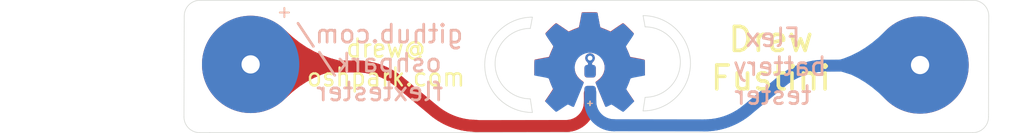
<source format=kicad_pcb>
(kicad_pcb (version 20171130) (host pcbnew 5.1.5-52549c5~84~ubuntu19.04.1)

  (general
    (thickness 0.1)
    (drawings 28)
    (tracks 110)
    (zones 0)
    (modules 6)
    (nets 4)
  )

  (page A4)
  (layers
    (0 F.Cu signal)
    (31 B.Cu signal)
    (32 B.Adhes user)
    (33 F.Adhes user)
    (34 B.Paste user)
    (35 F.Paste user)
    (36 B.SilkS user)
    (37 F.SilkS user)
    (38 B.Mask user)
    (39 F.Mask user)
    (40 Dwgs.User user)
    (41 Cmts.User user)
    (42 Eco1.User user)
    (43 Eco2.User user)
    (44 Edge.Cuts user)
    (45 Margin user)
    (46 B.CrtYd user)
    (47 F.CrtYd user)
    (48 B.Fab user)
    (49 F.Fab user)
  )

  (setup
    (last_trace_width 0.25)
    (trace_clearance 0.2)
    (zone_clearance 0.2)
    (zone_45_only no)
    (trace_min 0.2)
    (via_size 0.8)
    (via_drill 0.4)
    (via_min_size 0.4)
    (via_min_drill 0.3)
    (uvia_size 0.3)
    (uvia_drill 0.1)
    (uvias_allowed no)
    (uvia_min_size 0.2)
    (uvia_min_drill 0.1)
    (edge_width 0.05)
    (segment_width 0.2)
    (pcb_text_width 0.3)
    (pcb_text_size 1.5 1.5)
    (mod_edge_width 0.12)
    (mod_text_size 1 1)
    (mod_text_width 0.15)
    (pad_size 8.128 8.128)
    (pad_drill 1.524)
    (pad_to_mask_clearance 0.051)
    (solder_mask_min_width 0.25)
    (aux_axis_origin 0 0)
    (visible_elements FFFFFF7F)
    (pcbplotparams
      (layerselection 0x010fc_ffffffff)
      (usegerberextensions false)
      (usegerberattributes false)
      (usegerberadvancedattributes false)
      (creategerberjobfile false)
      (excludeedgelayer true)
      (linewidth 0.100000)
      (plotframeref false)
      (viasonmask false)
      (mode 1)
      (useauxorigin false)
      (hpglpennumber 1)
      (hpglpenspeed 20)
      (hpglpendiameter 15.000000)
      (psnegative false)
      (psa4output false)
      (plotreference true)
      (plotvalue true)
      (plotinvisibletext false)
      (padsonsilk false)
      (subtractmaskfromsilk false)
      (outputformat 1)
      (mirror false)
      (drillshape 1)
      (scaleselection 1)
      (outputdirectory ""))
  )

  (net 0 "")
  (net 1 GND)
  (net 2 +3V3)
  (net 3 "Net-(D1-Pad1)")

  (net_class Default "This is the default net class."
    (clearance 0.2)
    (trace_width 0.25)
    (via_dia 0.8)
    (via_drill 0.4)
    (uvia_dia 0.3)
    (uvia_drill 0.1)
    (add_net +3V3)
    (add_net GND)
    (add_net "Net-(D1-Pad1)")
  )

  (module Symbol:OSHW-Logo2_14.6x12mm_SilkScreen (layer F.Cu) (tedit 5E68EA85) (tstamp 5E48E758)
    (at 152.69718 96.78924)
    (descr "Open Source Hardware Symbol")
    (tags "Logo Symbol OSHW")
    (attr virtual)
    (fp_text reference REF** (at 0 0) (layer F.SilkS) hide
      (effects (font (size 1 1) (thickness 0.15)))
    )
    (fp_text value OSHW-Logo2_14.6x12mm_SilkScreen (at 0.75 0) (layer F.Fab) hide
      (effects (font (size 1 1) (thickness 0.15)))
    )
    (fp_poly (pts (xy 0.209014 -5.547002) (xy 0.367006 -5.546137) (xy 0.481347 -5.543795) (xy 0.559407 -5.539238)
      (xy 0.608554 -5.53173) (xy 0.636159 -5.520534) (xy 0.649592 -5.504912) (xy 0.656221 -5.484127)
      (xy 0.656865 -5.481437) (xy 0.666935 -5.432887) (xy 0.685575 -5.337095) (xy 0.710845 -5.204257)
      (xy 0.740807 -5.044569) (xy 0.773522 -4.868226) (xy 0.774664 -4.862033) (xy 0.807433 -4.689218)
      (xy 0.838093 -4.536531) (xy 0.864664 -4.413129) (xy 0.885167 -4.328169) (xy 0.897626 -4.29081)
      (xy 0.89822 -4.290148) (xy 0.934919 -4.271905) (xy 1.010586 -4.241503) (xy 1.108878 -4.205507)
      (xy 1.109425 -4.205315) (xy 1.233233 -4.158778) (xy 1.379196 -4.099496) (xy 1.516781 -4.039891)
      (xy 1.523293 -4.036944) (xy 1.74739 -3.935235) (xy 2.243619 -4.274103) (xy 2.395846 -4.377408)
      (xy 2.533741 -4.469763) (xy 2.649315 -4.545916) (xy 2.734579 -4.600615) (xy 2.781544 -4.628607)
      (xy 2.786004 -4.630683) (xy 2.820134 -4.62144) (xy 2.883881 -4.576844) (xy 2.979731 -4.494791)
      (xy 3.110169 -4.373179) (xy 3.243328 -4.243795) (xy 3.371694 -4.116298) (xy 3.486581 -3.999954)
      (xy 3.581073 -3.901948) (xy 3.648253 -3.829464) (xy 3.681206 -3.789687) (xy 3.682432 -3.787639)
      (xy 3.686074 -3.760344) (xy 3.67235 -3.715766) (xy 3.637869 -3.647888) (xy 3.579239 -3.550689)
      (xy 3.49307 -3.418149) (xy 3.3782 -3.247524) (xy 3.276254 -3.097345) (xy 3.185123 -2.96265)
      (xy 3.110073 -2.85126) (xy 3.056369 -2.770995) (xy 3.02928 -2.729675) (xy 3.027574 -2.72687)
      (xy 3.030882 -2.687279) (xy 3.055953 -2.610331) (xy 3.097798 -2.510568) (xy 3.112712 -2.478709)
      (xy 3.177786 -2.336774) (xy 3.247212 -2.175727) (xy 3.303609 -2.036379) (xy 3.344247 -1.932956)
      (xy 3.376526 -1.854358) (xy 3.395178 -1.81328) (xy 3.397497 -1.810115) (xy 3.431803 -1.804872)
      (xy 3.512669 -1.790506) (xy 3.629343 -1.769063) (xy 3.771075 -1.742587) (xy 3.92711 -1.713123)
      (xy 4.086698 -1.682717) (xy 4.239085 -1.653412) (xy 4.373521 -1.627255) (xy 4.479252 -1.60629)
      (xy 4.545526 -1.592561) (xy 4.561782 -1.58868) (xy 4.578573 -1.5791) (xy 4.591249 -1.557464)
      (xy 4.600378 -1.516469) (xy 4.606531 -1.448811) (xy 4.61028 -1.347188) (xy 4.612192 -1.204297)
      (xy 4.61284 -1.012835) (xy 4.612874 -0.934355) (xy 4.612874 -0.296094) (xy 4.459598 -0.26584)
      (xy 4.374322 -0.249436) (xy 4.24707 -0.225491) (xy 4.093315 -0.196893) (xy 3.928534 -0.166533)
      (xy 3.882989 -0.158194) (xy 3.730932 -0.12863) (xy 3.598468 -0.099558) (xy 3.496714 -0.073671)
      (xy 3.436788 -0.053663) (xy 3.426805 -0.047699) (xy 3.402293 -0.005466) (xy 3.367148 0.07637)
      (xy 3.328173 0.181683) (xy 3.320442 0.204368) (xy 3.26936 0.345018) (xy 3.205954 0.503714)
      (xy 3.143904 0.646225) (xy 3.143598 0.646886) (xy 3.040267 0.87044) (xy 3.719961 1.870232)
      (xy 3.283621 2.3073) (xy 3.151649 2.437381) (xy 3.031279 2.552048) (xy 2.929273 2.645181)
      (xy 2.852391 2.710658) (xy 2.807393 2.742357) (xy 2.800938 2.744368) (xy 2.76304 2.728529)
      (xy 2.685708 2.684496) (xy 2.577389 2.61749) (xy 2.446532 2.532734) (xy 2.305052 2.437816)
      (xy 2.161461 2.340998) (xy 2.033435 2.256751) (xy 1.929105 2.190258) (xy 1.8566 2.146702)
      (xy 1.824158 2.131264) (xy 1.784576 2.144328) (xy 1.709519 2.17875) (xy 1.614468 2.22738)
      (xy 1.604392 2.232785) (xy 1.476391 2.29698) (xy 1.388618 2.328463) (xy 1.334028 2.328798)
      (xy 1.305575 2.299548) (xy 1.30541 2.299138) (xy 1.291188 2.264498) (xy 1.257269 2.182269)
      (xy 1.206284 2.058814) (xy 1.140862 1.900498) (xy 1.063634 1.713686) (xy 0.977229 1.504742)
      (xy 0.893551 1.302446) (xy 0.801588 1.0792) (xy 0.71715 0.872392) (xy 0.642769 0.688362)
      (xy 0.580974 0.533451) (xy 0.534297 0.413996) (xy 0.505268 0.336339) (xy 0.496322 0.307356)
      (xy 0.518756 0.27411) (xy 0.577439 0.221123) (xy 0.655689 0.162704) (xy 0.878534 -0.022048)
      (xy 1.052718 -0.233818) (xy 1.176154 -0.468144) (xy 1.246754 -0.720566) (xy 1.262431 -0.986623)
      (xy 1.251036 -1.109425) (xy 1.18895 -1.364207) (xy 1.082023 -1.589199) (xy 0.936889 -1.782183)
      (xy 0.760178 -1.940939) (xy 0.558522 -2.06325) (xy 0.338554 -2.146895) (xy 0.106906 -2.189656)
      (xy -0.129791 -2.189313) (xy -0.364905 -2.143648) (xy -0.591804 -2.050441) (xy -0.803856 -1.907473)
      (xy -0.892364 -1.826617) (xy -1.062111 -1.618993) (xy -1.180301 -1.392105) (xy -1.247722 -1.152567)
      (xy -1.26516 -0.906993) (xy -1.233402 -0.661997) (xy -1.153235 -0.424192) (xy -1.025445 -0.200193)
      (xy -0.85082 0.003387) (xy -0.655688 0.162704) (xy -0.574409 0.223602) (xy -0.516991 0.276015)
      (xy -0.496322 0.307406) (xy -0.507144 0.341639) (xy -0.537923 0.423419) (xy -0.586126 0.546407)
      (xy -0.649222 0.704263) (xy -0.724678 0.890649) (xy -0.809962 1.099226) (xy -0.893781 1.302496)
      (xy -0.986255 1.525933) (xy -1.071911 1.732984) (xy -1.148118 1.917286) (xy -1.212247 2.072475)
      (xy -1.261668 2.192188) (xy -1.293752 2.270061) (xy -1.305641 2.299138) (xy -1.333726 2.328677)
      (xy -1.388051 2.328591) (xy -1.475605 2.297326) (xy -1.603381 2.233329) (xy -1.604392 2.232785)
      (xy -1.700598 2.183121) (xy -1.778369 2.146945) (xy -1.822223 2.131408) (xy -1.824158 2.131264)
      (xy -1.857171 2.147024) (xy -1.930054 2.19085) (xy -2.034678 2.257557) (xy -2.16291 2.341964)
      (xy -2.305052 2.437816) (xy -2.449767 2.534867) (xy -2.580196 2.61927) (xy -2.68789 2.685801)
      (xy -2.764402 2.729238) (xy -2.800938 2.744368) (xy -2.834582 2.724482) (xy -2.902224 2.668903)
      (xy -2.997107 2.583754) (xy -3.11247 2.475153) (xy -3.241555 2.349221) (xy -3.283771 2.307149)
      (xy -3.720261 1.869931) (xy -3.388023 1.38234) (xy -3.287054 1.232605) (xy -3.198438 1.09822)
      (xy -3.127146 0.986969) (xy -3.07815 0.906639) (xy -3.056422 0.865014) (xy -3.055785 0.862053)
      (xy -3.06724 0.822818) (xy -3.098051 0.743895) (xy -3.142884 0.638509) (xy -3.174353 0.567954)
      (xy -3.233192 0.432876) (xy -3.288604 0.296409) (xy -3.331564 0.181103) (xy -3.343234 0.145977)
      (xy -3.376389 0.052174) (xy -3.408799 -0.020306) (xy -3.426601 -0.047699) (xy -3.465886 -0.064464)
      (xy -3.551626 -0.08823) (xy -3.672697 -0.116303) (xy -3.817973 -0.145991) (xy -3.882988 -0.158194)
      (xy -4.048087 -0.188532) (xy -4.206448 -0.217907) (xy -4.342596 -0.243431) (xy -4.441057 -0.262215)
      (xy -4.459598 -0.26584) (xy -4.612873 -0.296094) (xy -4.612873 -0.934355) (xy -4.612529 -1.14423)
      (xy -4.611116 -1.30302) (xy -4.608064 -1.418027) (xy -4.602803 -1.496554) (xy -4.594763 -1.545904)
      (xy -4.583373 -1.573381) (xy -4.568063 -1.586287) (xy -4.561782 -1.58868) (xy -4.523896 -1.597167)
      (xy -4.440195 -1.6141) (xy -4.321433 -1.637434) (xy -4.178361 -1.665125) (xy -4.021732 -1.695127)
      (xy -3.862297 -1.725396) (xy -3.710809 -1.753885) (xy -3.578019 -1.778551) (xy -3.474681 -1.797349)
      (xy -3.411545 -1.808233) (xy -3.397497 -1.810115) (xy -3.38477 -1.835296) (xy -3.3566 -1.902378)
      (xy -3.318252 -1.998667) (xy -3.303609 -2.036379) (xy -3.244548 -2.182079) (xy -3.175 -2.343049)
      (xy -3.112712 -2.478709) (xy -3.066879 -2.582439) (xy -3.036387 -2.667674) (xy -3.026208 -2.719874)
      (xy -3.027831 -2.72687) (xy -3.049343 -2.759898) (xy -3.098465 -2.833357) (xy -3.169923 -2.939423)
      (xy -3.258445 -3.070274) (xy -3.358759 -3.218088) (xy -3.378594 -3.247266) (xy -3.494988 -3.420137)
      (xy -3.580548 -3.551774) (xy -3.638684 -3.648239) (xy -3.672808 -3.715592) (xy -3.686331 -3.759894)
      (xy -3.682664 -3.787206) (xy -3.68257 -3.78738) (xy -3.653707 -3.823254) (xy -3.589867 -3.892609)
      (xy -3.497969 -3.988255) (xy -3.384933 -4.103001) (xy -3.257679 -4.229659) (xy -3.243328 -4.243795)
      (xy -3.082957 -4.399097) (xy -2.959195 -4.51313) (xy -2.869555 -4.587998) (xy -2.811552 -4.625804)
      (xy -2.786004 -4.630683) (xy -2.748718 -4.609397) (xy -2.671343 -4.560227) (xy -2.561867 -4.488425)
      (xy -2.42828 -4.399245) (xy -2.27857 -4.297937) (xy -2.243618 -4.274103) (xy -1.74739 -3.935235)
      (xy -1.523293 -4.036944) (xy -1.387011 -4.096217) (xy -1.240724 -4.15583) (xy -1.114965 -4.20336)
      (xy -1.109425 -4.205315) (xy -1.011057 -4.241323) (xy -0.935229 -4.271771) (xy -0.898282 -4.290095)
      (xy -0.89822 -4.290148) (xy -0.886496 -4.323271) (xy -0.866568 -4.404733) (xy -0.840413 -4.525375)
      (xy -0.81001 -4.676041) (xy -0.777337 -4.847572) (xy -0.774664 -4.862033) (xy -0.74189 -5.038765)
      (xy -0.711802 -5.19919) (xy -0.686339 -5.333112) (xy -0.667441 -5.430337) (xy -0.657047 -5.480668)
      (xy -0.656865 -5.481437) (xy -0.650539 -5.502847) (xy -0.638239 -5.519012) (xy -0.612594 -5.530669)
      (xy -0.566235 -5.538555) (xy -0.491792 -5.543407) (xy -0.381895 -5.545961) (xy -0.229175 -5.546955)
      (xy -0.026262 -5.547126) (xy 0 -5.547126) (xy 0.209014 -5.547002)) (layer F.Mask) (width 0.01))
    (fp_poly (pts (xy 0.198509 -5.562803) (xy 0.356501 -5.561938) (xy 0.470842 -5.559596) (xy 0.548902 -5.555039)
      (xy 0.598049 -5.547531) (xy 0.625654 -5.536335) (xy 0.639087 -5.520713) (xy 0.645716 -5.499928)
      (xy 0.64636 -5.497238) (xy 0.65643 -5.448688) (xy 0.67507 -5.352896) (xy 0.70034 -5.220058)
      (xy 0.730302 -5.06037) (xy 0.763017 -4.884027) (xy 0.764159 -4.877834) (xy 0.796928 -4.705019)
      (xy 0.827588 -4.552332) (xy 0.854159 -4.42893) (xy 0.874662 -4.34397) (xy 0.887121 -4.306611)
      (xy 0.887715 -4.305949) (xy 0.924414 -4.287706) (xy 1.000081 -4.257304) (xy 1.098373 -4.221308)
      (xy 1.09892 -4.221116) (xy 1.222728 -4.174579) (xy 1.368691 -4.115297) (xy 1.506276 -4.055692)
      (xy 1.512788 -4.052745) (xy 1.736885 -3.951036) (xy 2.233114 -4.289904) (xy 2.385341 -4.393209)
      (xy 2.523236 -4.485564) (xy 2.63881 -4.561717) (xy 2.724074 -4.616416) (xy 2.771039 -4.644408)
      (xy 2.775499 -4.646484) (xy 2.809629 -4.637241) (xy 2.873376 -4.592645) (xy 2.969226 -4.510592)
      (xy 3.099664 -4.38898) (xy 3.232823 -4.259596) (xy 3.361189 -4.132099) (xy 3.476076 -4.015755)
      (xy 3.570568 -3.917749) (xy 3.637748 -3.845265) (xy 3.670701 -3.805488) (xy 3.671927 -3.80344)
      (xy 3.675569 -3.776145) (xy 3.661845 -3.731567) (xy 3.627364 -3.663689) (xy 3.568734 -3.56649)
      (xy 3.482565 -3.43395) (xy 3.367695 -3.263325) (xy 3.265749 -3.113146) (xy 3.174618 -2.978451)
      (xy 3.099568 -2.867061) (xy 3.045864 -2.786796) (xy 3.018775 -2.745476) (xy 3.017069 -2.742671)
      (xy 3.020377 -2.70308) (xy 3.045448 -2.626132) (xy 3.087293 -2.526369) (xy 3.102207 -2.49451)
      (xy 3.167281 -2.352575) (xy 3.236707 -2.191528) (xy 3.293104 -2.05218) (xy 3.333742 -1.948757)
      (xy 3.366021 -1.870159) (xy 3.384673 -1.829081) (xy 3.386992 -1.825916) (xy 3.421298 -1.820673)
      (xy 3.502164 -1.806307) (xy 3.618838 -1.784864) (xy 3.76057 -1.758388) (xy 3.916605 -1.728924)
      (xy 4.076193 -1.698518) (xy 4.22858 -1.669213) (xy 4.363016 -1.643056) (xy 4.468747 -1.622091)
      (xy 4.535021 -1.608362) (xy 4.551277 -1.604481) (xy 4.568068 -1.594901) (xy 4.580744 -1.573265)
      (xy 4.589873 -1.53227) (xy 4.596026 -1.464612) (xy 4.599775 -1.362989) (xy 4.601687 -1.220098)
      (xy 4.602335 -1.028636) (xy 4.602369 -0.950156) (xy 4.602369 -0.311895) (xy 4.449093 -0.281641)
      (xy 4.363817 -0.265237) (xy 4.236565 -0.241292) (xy 4.08281 -0.212694) (xy 3.918029 -0.182334)
      (xy 3.872484 -0.173995) (xy 3.720427 -0.144431) (xy 3.587963 -0.115359) (xy 3.486209 -0.089472)
      (xy 3.426283 -0.069464) (xy 3.4163 -0.0635) (xy 3.391788 -0.021267) (xy 3.356643 0.060569)
      (xy 3.317668 0.165882) (xy 3.309937 0.188567) (xy 3.258855 0.329217) (xy 3.195449 0.487913)
      (xy 3.133399 0.630424) (xy 3.133093 0.631085) (xy 3.029762 0.854639) (xy 3.709456 1.854431)
      (xy 3.273116 2.291499) (xy 3.141144 2.42158) (xy 3.020774 2.536247) (xy 2.918768 2.62938)
      (xy 2.841886 2.694857) (xy 2.796888 2.726556) (xy 2.790433 2.728567) (xy 2.752535 2.712728)
      (xy 2.675203 2.668695) (xy 2.566884 2.601689) (xy 2.436027 2.516933) (xy 2.294547 2.422015)
      (xy 2.150956 2.325197) (xy 2.02293 2.24095) (xy 1.9186 2.174457) (xy 1.846095 2.130901)
      (xy 1.813653 2.115463) (xy 1.774071 2.128527) (xy 1.699014 2.162949) (xy 1.603963 2.211579)
      (xy 1.593887 2.216984) (xy 1.465886 2.281179) (xy 1.378113 2.312662) (xy 1.323523 2.312997)
      (xy 1.29507 2.283747) (xy 1.294905 2.283337) (xy 1.280683 2.248697) (xy 1.246764 2.166468)
      (xy 1.195779 2.043013) (xy 1.130357 1.884697) (xy 1.053129 1.697885) (xy 0.966724 1.488941)
      (xy 0.883046 1.286645) (xy 0.791083 1.063399) (xy 0.706645 0.856591) (xy 0.632264 0.672561)
      (xy 0.570469 0.51765) (xy 0.523792 0.398195) (xy 0.494763 0.320538) (xy 0.485817 0.291555)
      (xy 0.508251 0.258309) (xy 0.566934 0.205322) (xy 0.645184 0.146903) (xy 0.868029 -0.037849)
      (xy 1.042213 -0.249619) (xy 1.165649 -0.483945) (xy 1.236249 -0.736367) (xy 1.251926 -1.002424)
      (xy 1.240531 -1.125226) (xy 1.178445 -1.380008) (xy 1.071518 -1.605) (xy 0.926384 -1.797984)
      (xy 0.749673 -1.95674) (xy 0.548017 -2.079051) (xy 0.328049 -2.162696) (xy 0.096401 -2.205457)
      (xy -0.140296 -2.205114) (xy -0.37541 -2.159449) (xy -0.602309 -2.066242) (xy -0.814361 -1.923274)
      (xy -0.902869 -1.842418) (xy -1.072616 -1.634794) (xy -1.190806 -1.407906) (xy -1.258227 -1.168368)
      (xy -1.275665 -0.922794) (xy -1.243907 -0.677798) (xy -1.16374 -0.439993) (xy -1.03595 -0.215994)
      (xy -0.861325 -0.012414) (xy -0.666193 0.146903) (xy -0.584914 0.207801) (xy -0.527496 0.260214)
      (xy -0.506827 0.291605) (xy -0.517649 0.325838) (xy -0.548428 0.407618) (xy -0.596631 0.530606)
      (xy -0.659727 0.688462) (xy -0.735183 0.874848) (xy -0.820467 1.083425) (xy -0.904286 1.286695)
      (xy -0.99676 1.510132) (xy -1.082416 1.717183) (xy -1.158623 1.901485) (xy -1.222752 2.056674)
      (xy -1.272173 2.176387) (xy -1.304257 2.25426) (xy -1.316146 2.283337) (xy -1.344231 2.312876)
      (xy -1.398556 2.31279) (xy -1.48611 2.281525) (xy -1.613886 2.217528) (xy -1.614897 2.216984)
      (xy -1.711103 2.16732) (xy -1.788874 2.131144) (xy -1.832728 2.115607) (xy -1.834663 2.115463)
      (xy -1.867676 2.131223) (xy -1.940559 2.175049) (xy -2.045183 2.241756) (xy -2.173415 2.326163)
      (xy -2.315557 2.422015) (xy -2.460272 2.519066) (xy -2.590701 2.603469) (xy -2.698395 2.67)
      (xy -2.774907 2.713437) (xy -2.811443 2.728567) (xy -2.845087 2.708681) (xy -2.912729 2.653102)
      (xy -3.007612 2.567953) (xy -3.122975 2.459352) (xy -3.25206 2.33342) (xy -3.294276 2.291348)
      (xy -3.730766 1.85413) (xy -3.398528 1.366539) (xy -3.297559 1.216804) (xy -3.208943 1.082419)
      (xy -3.137651 0.971168) (xy -3.088655 0.890838) (xy -3.066927 0.849213) (xy -3.06629 0.846252)
      (xy -3.077745 0.807017) (xy -3.108556 0.728094) (xy -3.153389 0.622708) (xy -3.184858 0.552153)
      (xy -3.243697 0.417075) (xy -3.299109 0.280608) (xy -3.342069 0.165302) (xy -3.353739 0.130176)
      (xy -3.386894 0.036373) (xy -3.419304 -0.036107) (xy -3.437106 -0.0635) (xy -3.476391 -0.080265)
      (xy -3.562131 -0.104031) (xy -3.683202 -0.132104) (xy -3.828478 -0.161792) (xy -3.893493 -0.173995)
      (xy -4.058592 -0.204333) (xy -4.216953 -0.233708) (xy -4.353101 -0.259232) (xy -4.451562 -0.278016)
      (xy -4.470103 -0.281641) (xy -4.623378 -0.311895) (xy -4.623378 -0.950156) (xy -4.623034 -1.160031)
      (xy -4.621621 -1.318821) (xy -4.618569 -1.433828) (xy -4.613308 -1.512355) (xy -4.605268 -1.561705)
      (xy -4.593878 -1.589182) (xy -4.578568 -1.602088) (xy -4.572287 -1.604481) (xy -4.534401 -1.612968)
      (xy -4.4507 -1.629901) (xy -4.331938 -1.653235) (xy -4.188866 -1.680926) (xy -4.032237 -1.710928)
      (xy -3.872802 -1.741197) (xy -3.721314 -1.769686) (xy -3.588524 -1.794352) (xy -3.485186 -1.81315)
      (xy -3.42205 -1.824034) (xy -3.408002 -1.825916) (xy -3.395275 -1.851097) (xy -3.367105 -1.918179)
      (xy -3.328757 -2.014468) (xy -3.314114 -2.05218) (xy -3.255053 -2.19788) (xy -3.185505 -2.35885)
      (xy -3.123217 -2.49451) (xy -3.077384 -2.59824) (xy -3.046892 -2.683475) (xy -3.036713 -2.735675)
      (xy -3.038336 -2.742671) (xy -3.059848 -2.775699) (xy -3.10897 -2.849158) (xy -3.180428 -2.955224)
      (xy -3.26895 -3.086075) (xy -3.369264 -3.233889) (xy -3.389099 -3.263067) (xy -3.505493 -3.435938)
      (xy -3.591053 -3.567575) (xy -3.649189 -3.66404) (xy -3.683313 -3.731393) (xy -3.696836 -3.775695)
      (xy -3.693169 -3.803007) (xy -3.693075 -3.803181) (xy -3.664212 -3.839055) (xy -3.600372 -3.90841)
      (xy -3.508474 -4.004056) (xy -3.395438 -4.118802) (xy -3.268184 -4.24546) (xy -3.253833 -4.259596)
      (xy -3.093462 -4.414898) (xy -2.9697 -4.528931) (xy -2.88006 -4.603799) (xy -2.822057 -4.641605)
      (xy -2.796509 -4.646484) (xy -2.759223 -4.625198) (xy -2.681848 -4.576028) (xy -2.572372 -4.504226)
      (xy -2.438785 -4.415046) (xy -2.289075 -4.313738) (xy -2.254123 -4.289904) (xy -1.757895 -3.951036)
      (xy -1.533798 -4.052745) (xy -1.397516 -4.112018) (xy -1.251229 -4.171631) (xy -1.12547 -4.219161)
      (xy -1.11993 -4.221116) (xy -1.021562 -4.257124) (xy -0.945734 -4.287572) (xy -0.908787 -4.305896)
      (xy -0.908725 -4.305949) (xy -0.897001 -4.339072) (xy -0.877073 -4.420534) (xy -0.850918 -4.541176)
      (xy -0.820515 -4.691842) (xy -0.787842 -4.863373) (xy -0.785169 -4.877834) (xy -0.752395 -5.054566)
      (xy -0.722307 -5.214991) (xy -0.696844 -5.348913) (xy -0.677946 -5.446138) (xy -0.667552 -5.496469)
      (xy -0.66737 -5.497238) (xy -0.661044 -5.518648) (xy -0.648744 -5.534813) (xy -0.623099 -5.54647)
      (xy -0.57674 -5.554356) (xy -0.502297 -5.559208) (xy -0.3924 -5.561762) (xy -0.23968 -5.562756)
      (xy -0.036767 -5.562927) (xy -0.010505 -5.562927) (xy 0.198509 -5.562803)) (layer F.Cu) (width 0.01))
  )

  (module Symbol:OSHW-Logo2_14.6x12mm_SilkScreen (layer B.Cu) (tedit 5E68E6D8) (tstamp 5E490121)
    (at 152.69464 96.80194 180)
    (descr "Open Source Hardware Symbol")
    (tags "Logo Symbol OSHW")
    (attr virtual)
    (fp_text reference REF** (at 0 0) (layer B.SilkS) hide
      (effects (font (size 1 1) (thickness 0.15)) (justify mirror))
    )
    (fp_text value OSHW-Logo2_14.6x12mm_SilkScreen (at 0.75 0) (layer B.Fab) hide
      (effects (font (size 1 1) (thickness 0.15)) (justify mirror))
    )
    (fp_poly (pts (xy 0.209014 5.547002) (xy 0.367006 5.546137) (xy 0.481347 5.543795) (xy 0.559407 5.539238)
      (xy 0.608554 5.53173) (xy 0.636159 5.520534) (xy 0.649592 5.504912) (xy 0.656221 5.484127)
      (xy 0.656865 5.481437) (xy 0.666935 5.432887) (xy 0.685575 5.337095) (xy 0.710845 5.204257)
      (xy 0.740807 5.044569) (xy 0.773522 4.868226) (xy 0.774664 4.862033) (xy 0.807433 4.689218)
      (xy 0.838093 4.536531) (xy 0.864664 4.413129) (xy 0.885167 4.328169) (xy 0.897626 4.29081)
      (xy 0.89822 4.290148) (xy 0.934919 4.271905) (xy 1.010586 4.241503) (xy 1.108878 4.205507)
      (xy 1.109425 4.205315) (xy 1.233233 4.158778) (xy 1.379196 4.099496) (xy 1.516781 4.039891)
      (xy 1.523293 4.036944) (xy 1.74739 3.935235) (xy 2.243619 4.274103) (xy 2.395846 4.377408)
      (xy 2.533741 4.469763) (xy 2.649315 4.545916) (xy 2.734579 4.600615) (xy 2.781544 4.628607)
      (xy 2.786004 4.630683) (xy 2.820134 4.62144) (xy 2.883881 4.576844) (xy 2.979731 4.494791)
      (xy 3.110169 4.373179) (xy 3.243328 4.243795) (xy 3.371694 4.116298) (xy 3.486581 3.999954)
      (xy 3.581073 3.901948) (xy 3.648253 3.829464) (xy 3.681206 3.789687) (xy 3.682432 3.787639)
      (xy 3.686074 3.760344) (xy 3.67235 3.715766) (xy 3.637869 3.647888) (xy 3.579239 3.550689)
      (xy 3.49307 3.418149) (xy 3.3782 3.247524) (xy 3.276254 3.097345) (xy 3.185123 2.96265)
      (xy 3.110073 2.85126) (xy 3.056369 2.770995) (xy 3.02928 2.729675) (xy 3.027574 2.72687)
      (xy 3.030882 2.687279) (xy 3.055953 2.610331) (xy 3.097798 2.510568) (xy 3.112712 2.478709)
      (xy 3.177786 2.336774) (xy 3.247212 2.175727) (xy 3.303609 2.036379) (xy 3.344247 1.932956)
      (xy 3.376526 1.854358) (xy 3.395178 1.81328) (xy 3.397497 1.810115) (xy 3.431803 1.804872)
      (xy 3.512669 1.790506) (xy 3.629343 1.769063) (xy 3.771075 1.742587) (xy 3.92711 1.713123)
      (xy 4.086698 1.682717) (xy 4.239085 1.653412) (xy 4.373521 1.627255) (xy 4.479252 1.60629)
      (xy 4.545526 1.592561) (xy 4.561782 1.58868) (xy 4.578573 1.5791) (xy 4.591249 1.557464)
      (xy 4.600378 1.516469) (xy 4.606531 1.448811) (xy 4.61028 1.347188) (xy 4.612192 1.204297)
      (xy 4.61284 1.012835) (xy 4.612874 0.934355) (xy 4.612874 0.296094) (xy 4.459598 0.26584)
      (xy 4.374322 0.249436) (xy 4.24707 0.225491) (xy 4.093315 0.196893) (xy 3.928534 0.166533)
      (xy 3.882989 0.158194) (xy 3.730932 0.12863) (xy 3.598468 0.099558) (xy 3.496714 0.073671)
      (xy 3.436788 0.053663) (xy 3.426805 0.047699) (xy 3.402293 0.005466) (xy 3.367148 -0.07637)
      (xy 3.328173 -0.181683) (xy 3.320442 -0.204368) (xy 3.26936 -0.345018) (xy 3.205954 -0.503714)
      (xy 3.143904 -0.646225) (xy 3.143598 -0.646886) (xy 3.040267 -0.87044) (xy 3.719961 -1.870232)
      (xy 3.283621 -2.3073) (xy 3.151649 -2.437381) (xy 3.031279 -2.552048) (xy 2.929273 -2.645181)
      (xy 2.852391 -2.710658) (xy 2.807393 -2.742357) (xy 2.800938 -2.744368) (xy 2.76304 -2.728529)
      (xy 2.685708 -2.684496) (xy 2.577389 -2.61749) (xy 2.446532 -2.532734) (xy 2.305052 -2.437816)
      (xy 2.161461 -2.340998) (xy 2.033435 -2.256751) (xy 1.929105 -2.190258) (xy 1.8566 -2.146702)
      (xy 1.824158 -2.131264) (xy 1.784576 -2.144328) (xy 1.709519 -2.17875) (xy 1.614468 -2.22738)
      (xy 1.604392 -2.232785) (xy 1.476391 -2.29698) (xy 1.388618 -2.328463) (xy 1.334028 -2.328798)
      (xy 1.305575 -2.299548) (xy 1.30541 -2.299138) (xy 1.291188 -2.264498) (xy 1.257269 -2.182269)
      (xy 1.206284 -2.058814) (xy 1.140862 -1.900498) (xy 1.063634 -1.713686) (xy 0.977229 -1.504742)
      (xy 0.893551 -1.302446) (xy 0.801588 -1.0792) (xy 0.71715 -0.872392) (xy 0.642769 -0.688362)
      (xy 0.580974 -0.533451) (xy 0.534297 -0.413996) (xy 0.505268 -0.336339) (xy 0.496322 -0.307356)
      (xy 0.518756 -0.27411) (xy 0.577439 -0.221123) (xy 0.655689 -0.162704) (xy 0.878534 0.022048)
      (xy 1.052718 0.233818) (xy 1.176154 0.468144) (xy 1.246754 0.720566) (xy 1.262431 0.986623)
      (xy 1.251036 1.109425) (xy 1.18895 1.364207) (xy 1.082023 1.589199) (xy 0.936889 1.782183)
      (xy 0.760178 1.940939) (xy 0.558522 2.06325) (xy 0.338554 2.146895) (xy 0.106906 2.189656)
      (xy -0.129791 2.189313) (xy -0.364905 2.143648) (xy -0.591804 2.050441) (xy -0.803856 1.907473)
      (xy -0.892364 1.826617) (xy -1.062111 1.618993) (xy -1.180301 1.392105) (xy -1.247722 1.152567)
      (xy -1.26516 0.906993) (xy -1.233402 0.661997) (xy -1.153235 0.424192) (xy -1.025445 0.200193)
      (xy -0.85082 -0.003387) (xy -0.655688 -0.162704) (xy -0.574409 -0.223602) (xy -0.516991 -0.276015)
      (xy -0.496322 -0.307406) (xy -0.507144 -0.341639) (xy -0.537923 -0.423419) (xy -0.586126 -0.546407)
      (xy -0.649222 -0.704263) (xy -0.724678 -0.890649) (xy -0.809962 -1.099226) (xy -0.893781 -1.302496)
      (xy -0.986255 -1.525933) (xy -1.071911 -1.732984) (xy -1.148118 -1.917286) (xy -1.212247 -2.072475)
      (xy -1.261668 -2.192188) (xy -1.293752 -2.270061) (xy -1.305641 -2.299138) (xy -1.333726 -2.328677)
      (xy -1.388051 -2.328591) (xy -1.475605 -2.297326) (xy -1.603381 -2.233329) (xy -1.604392 -2.232785)
      (xy -1.700598 -2.183121) (xy -1.778369 -2.146945) (xy -1.822223 -2.131408) (xy -1.824158 -2.131264)
      (xy -1.857171 -2.147024) (xy -1.930054 -2.19085) (xy -2.034678 -2.257557) (xy -2.16291 -2.341964)
      (xy -2.305052 -2.437816) (xy -2.449767 -2.534867) (xy -2.580196 -2.61927) (xy -2.68789 -2.685801)
      (xy -2.764402 -2.729238) (xy -2.800938 -2.744368) (xy -2.834582 -2.724482) (xy -2.902224 -2.668903)
      (xy -2.997107 -2.583754) (xy -3.11247 -2.475153) (xy -3.241555 -2.349221) (xy -3.283771 -2.307149)
      (xy -3.720261 -1.869931) (xy -3.388023 -1.38234) (xy -3.287054 -1.232605) (xy -3.198438 -1.09822)
      (xy -3.127146 -0.986969) (xy -3.07815 -0.906639) (xy -3.056422 -0.865014) (xy -3.055785 -0.862053)
      (xy -3.06724 -0.822818) (xy -3.098051 -0.743895) (xy -3.142884 -0.638509) (xy -3.174353 -0.567954)
      (xy -3.233192 -0.432876) (xy -3.288604 -0.296409) (xy -3.331564 -0.181103) (xy -3.343234 -0.145977)
      (xy -3.376389 -0.052174) (xy -3.408799 0.020306) (xy -3.426601 0.047699) (xy -3.465886 0.064464)
      (xy -3.551626 0.08823) (xy -3.672697 0.116303) (xy -3.817973 0.145991) (xy -3.882988 0.158194)
      (xy -4.048087 0.188532) (xy -4.206448 0.217907) (xy -4.342596 0.243431) (xy -4.441057 0.262215)
      (xy -4.459598 0.26584) (xy -4.612873 0.296094) (xy -4.612873 0.934355) (xy -4.612529 1.14423)
      (xy -4.611116 1.30302) (xy -4.608064 1.418027) (xy -4.602803 1.496554) (xy -4.594763 1.545904)
      (xy -4.583373 1.573381) (xy -4.568063 1.586287) (xy -4.561782 1.58868) (xy -4.523896 1.597167)
      (xy -4.440195 1.6141) (xy -4.321433 1.637434) (xy -4.178361 1.665125) (xy -4.021732 1.695127)
      (xy -3.862297 1.725396) (xy -3.710809 1.753885) (xy -3.578019 1.778551) (xy -3.474681 1.797349)
      (xy -3.411545 1.808233) (xy -3.397497 1.810115) (xy -3.38477 1.835296) (xy -3.3566 1.902378)
      (xy -3.318252 1.998667) (xy -3.303609 2.036379) (xy -3.244548 2.182079) (xy -3.175 2.343049)
      (xy -3.112712 2.478709) (xy -3.066879 2.582439) (xy -3.036387 2.667674) (xy -3.026208 2.719874)
      (xy -3.027831 2.72687) (xy -3.049343 2.759898) (xy -3.098465 2.833357) (xy -3.169923 2.939423)
      (xy -3.258445 3.070274) (xy -3.358759 3.218088) (xy -3.378594 3.247266) (xy -3.494988 3.420137)
      (xy -3.580548 3.551774) (xy -3.638684 3.648239) (xy -3.672808 3.715592) (xy -3.686331 3.759894)
      (xy -3.682664 3.787206) (xy -3.68257 3.78738) (xy -3.653707 3.823254) (xy -3.589867 3.892609)
      (xy -3.497969 3.988255) (xy -3.384933 4.103001) (xy -3.257679 4.229659) (xy -3.243328 4.243795)
      (xy -3.082957 4.399097) (xy -2.959195 4.51313) (xy -2.869555 4.587998) (xy -2.811552 4.625804)
      (xy -2.786004 4.630683) (xy -2.748718 4.609397) (xy -2.671343 4.560227) (xy -2.561867 4.488425)
      (xy -2.42828 4.399245) (xy -2.27857 4.297937) (xy -2.243618 4.274103) (xy -1.74739 3.935235)
      (xy -1.523293 4.036944) (xy -1.387011 4.096217) (xy -1.240724 4.15583) (xy -1.114965 4.20336)
      (xy -1.109425 4.205315) (xy -1.011057 4.241323) (xy -0.935229 4.271771) (xy -0.898282 4.290095)
      (xy -0.89822 4.290148) (xy -0.886496 4.323271) (xy -0.866568 4.404733) (xy -0.840413 4.525375)
      (xy -0.81001 4.676041) (xy -0.777337 4.847572) (xy -0.774664 4.862033) (xy -0.74189 5.038765)
      (xy -0.711802 5.19919) (xy -0.686339 5.333112) (xy -0.667441 5.430337) (xy -0.657047 5.480668)
      (xy -0.656865 5.481437) (xy -0.650539 5.502847) (xy -0.638239 5.519012) (xy -0.612594 5.530669)
      (xy -0.566235 5.538555) (xy -0.491792 5.543407) (xy -0.381895 5.545961) (xy -0.229175 5.546955)
      (xy -0.026262 5.547126) (xy 0 5.547126) (xy 0.209014 5.547002)) (layer B.Mask) (width 0.01))
    (fp_poly (pts (xy 0.209014 5.547002) (xy 0.367006 5.546137) (xy 0.481347 5.543795) (xy 0.559407 5.539238)
      (xy 0.608554 5.53173) (xy 0.636159 5.520534) (xy 0.649592 5.504912) (xy 0.656221 5.484127)
      (xy 0.656865 5.481437) (xy 0.666935 5.432887) (xy 0.685575 5.337095) (xy 0.710845 5.204257)
      (xy 0.740807 5.044569) (xy 0.773522 4.868226) (xy 0.774664 4.862033) (xy 0.807433 4.689218)
      (xy 0.838093 4.536531) (xy 0.864664 4.413129) (xy 0.885167 4.328169) (xy 0.897626 4.29081)
      (xy 0.89822 4.290148) (xy 0.934919 4.271905) (xy 1.010586 4.241503) (xy 1.108878 4.205507)
      (xy 1.109425 4.205315) (xy 1.233233 4.158778) (xy 1.379196 4.099496) (xy 1.516781 4.039891)
      (xy 1.523293 4.036944) (xy 1.74739 3.935235) (xy 2.243619 4.274103) (xy 2.395846 4.377408)
      (xy 2.533741 4.469763) (xy 2.649315 4.545916) (xy 2.734579 4.600615) (xy 2.781544 4.628607)
      (xy 2.786004 4.630683) (xy 2.820134 4.62144) (xy 2.883881 4.576844) (xy 2.979731 4.494791)
      (xy 3.110169 4.373179) (xy 3.243328 4.243795) (xy 3.371694 4.116298) (xy 3.486581 3.999954)
      (xy 3.581073 3.901948) (xy 3.648253 3.829464) (xy 3.681206 3.789687) (xy 3.682432 3.787639)
      (xy 3.686074 3.760344) (xy 3.67235 3.715766) (xy 3.637869 3.647888) (xy 3.579239 3.550689)
      (xy 3.49307 3.418149) (xy 3.3782 3.247524) (xy 3.276254 3.097345) (xy 3.185123 2.96265)
      (xy 3.110073 2.85126) (xy 3.056369 2.770995) (xy 3.02928 2.729675) (xy 3.027574 2.72687)
      (xy 3.030882 2.687279) (xy 3.055953 2.610331) (xy 3.097798 2.510568) (xy 3.112712 2.478709)
      (xy 3.177786 2.336774) (xy 3.247212 2.175727) (xy 3.303609 2.036379) (xy 3.344247 1.932956)
      (xy 3.376526 1.854358) (xy 3.395178 1.81328) (xy 3.397497 1.810115) (xy 3.431803 1.804872)
      (xy 3.512669 1.790506) (xy 3.629343 1.769063) (xy 3.771075 1.742587) (xy 3.92711 1.713123)
      (xy 4.086698 1.682717) (xy 4.239085 1.653412) (xy 4.373521 1.627255) (xy 4.479252 1.60629)
      (xy 4.545526 1.592561) (xy 4.561782 1.58868) (xy 4.578573 1.5791) (xy 4.591249 1.557464)
      (xy 4.600378 1.516469) (xy 4.606531 1.448811) (xy 4.61028 1.347188) (xy 4.612192 1.204297)
      (xy 4.61284 1.012835) (xy 4.612874 0.934355) (xy 4.612874 0.296094) (xy 4.459598 0.26584)
      (xy 4.374322 0.249436) (xy 4.24707 0.225491) (xy 4.093315 0.196893) (xy 3.928534 0.166533)
      (xy 3.882989 0.158194) (xy 3.730932 0.12863) (xy 3.598468 0.099558) (xy 3.496714 0.073671)
      (xy 3.436788 0.053663) (xy 3.426805 0.047699) (xy 3.402293 0.005466) (xy 3.367148 -0.07637)
      (xy 3.328173 -0.181683) (xy 3.320442 -0.204368) (xy 3.26936 -0.345018) (xy 3.205954 -0.503714)
      (xy 3.143904 -0.646225) (xy 3.143598 -0.646886) (xy 3.040267 -0.87044) (xy 3.719961 -1.870232)
      (xy 3.283621 -2.3073) (xy 3.151649 -2.437381) (xy 3.031279 -2.552048) (xy 2.929273 -2.645181)
      (xy 2.852391 -2.710658) (xy 2.807393 -2.742357) (xy 2.800938 -2.744368) (xy 2.76304 -2.728529)
      (xy 2.685708 -2.684496) (xy 2.577389 -2.61749) (xy 2.446532 -2.532734) (xy 2.305052 -2.437816)
      (xy 2.161461 -2.340998) (xy 2.033435 -2.256751) (xy 1.929105 -2.190258) (xy 1.8566 -2.146702)
      (xy 1.824158 -2.131264) (xy 1.784576 -2.144328) (xy 1.709519 -2.17875) (xy 1.614468 -2.22738)
      (xy 1.604392 -2.232785) (xy 1.476391 -2.29698) (xy 1.388618 -2.328463) (xy 1.334028 -2.328798)
      (xy 1.305575 -2.299548) (xy 1.30541 -2.299138) (xy 1.291188 -2.264498) (xy 1.257269 -2.182269)
      (xy 1.206284 -2.058814) (xy 1.140862 -1.900498) (xy 1.063634 -1.713686) (xy 0.977229 -1.504742)
      (xy 0.893551 -1.302446) (xy 0.801588 -1.0792) (xy 0.71715 -0.872392) (xy 0.642769 -0.688362)
      (xy 0.580974 -0.533451) (xy 0.534297 -0.413996) (xy 0.505268 -0.336339) (xy 0.496322 -0.307356)
      (xy 0.518756 -0.27411) (xy 0.577439 -0.221123) (xy 0.655689 -0.162704) (xy 0.878534 0.022048)
      (xy 1.052718 0.233818) (xy 1.176154 0.468144) (xy 1.246754 0.720566) (xy 1.262431 0.986623)
      (xy 1.251036 1.109425) (xy 1.18895 1.364207) (xy 1.082023 1.589199) (xy 0.936889 1.782183)
      (xy 0.760178 1.940939) (xy 0.558522 2.06325) (xy 0.338554 2.146895) (xy 0.106906 2.189656)
      (xy -0.129791 2.189313) (xy -0.364905 2.143648) (xy -0.591804 2.050441) (xy -0.803856 1.907473)
      (xy -0.892364 1.826617) (xy -1.062111 1.618993) (xy -1.180301 1.392105) (xy -1.247722 1.152567)
      (xy -1.26516 0.906993) (xy -1.233402 0.661997) (xy -1.153235 0.424192) (xy -1.025445 0.200193)
      (xy -0.85082 -0.003387) (xy -0.655688 -0.162704) (xy -0.574409 -0.223602) (xy -0.516991 -0.276015)
      (xy -0.496322 -0.307406) (xy -0.507144 -0.341639) (xy -0.537923 -0.423419) (xy -0.586126 -0.546407)
      (xy -0.649222 -0.704263) (xy -0.724678 -0.890649) (xy -0.809962 -1.099226) (xy -0.893781 -1.302496)
      (xy -0.986255 -1.525933) (xy -1.071911 -1.732984) (xy -1.148118 -1.917286) (xy -1.212247 -2.072475)
      (xy -1.261668 -2.192188) (xy -1.293752 -2.270061) (xy -1.305641 -2.299138) (xy -1.333726 -2.328677)
      (xy -1.388051 -2.328591) (xy -1.475605 -2.297326) (xy -1.603381 -2.233329) (xy -1.604392 -2.232785)
      (xy -1.700598 -2.183121) (xy -1.778369 -2.146945) (xy -1.822223 -2.131408) (xy -1.824158 -2.131264)
      (xy -1.857171 -2.147024) (xy -1.930054 -2.19085) (xy -2.034678 -2.257557) (xy -2.16291 -2.341964)
      (xy -2.305052 -2.437816) (xy -2.449767 -2.534867) (xy -2.580196 -2.61927) (xy -2.68789 -2.685801)
      (xy -2.764402 -2.729238) (xy -2.800938 -2.744368) (xy -2.834582 -2.724482) (xy -2.902224 -2.668903)
      (xy -2.997107 -2.583754) (xy -3.11247 -2.475153) (xy -3.241555 -2.349221) (xy -3.283771 -2.307149)
      (xy -3.720261 -1.869931) (xy -3.388023 -1.38234) (xy -3.287054 -1.232605) (xy -3.198438 -1.09822)
      (xy -3.127146 -0.986969) (xy -3.07815 -0.906639) (xy -3.056422 -0.865014) (xy -3.055785 -0.862053)
      (xy -3.06724 -0.822818) (xy -3.098051 -0.743895) (xy -3.142884 -0.638509) (xy -3.174353 -0.567954)
      (xy -3.233192 -0.432876) (xy -3.288604 -0.296409) (xy -3.331564 -0.181103) (xy -3.343234 -0.145977)
      (xy -3.376389 -0.052174) (xy -3.408799 0.020306) (xy -3.426601 0.047699) (xy -3.465886 0.064464)
      (xy -3.551626 0.08823) (xy -3.672697 0.116303) (xy -3.817973 0.145991) (xy -3.882988 0.158194)
      (xy -4.048087 0.188532) (xy -4.206448 0.217907) (xy -4.342596 0.243431) (xy -4.441057 0.262215)
      (xy -4.459598 0.26584) (xy -4.612873 0.296094) (xy -4.612873 0.934355) (xy -4.612529 1.14423)
      (xy -4.611116 1.30302) (xy -4.608064 1.418027) (xy -4.602803 1.496554) (xy -4.594763 1.545904)
      (xy -4.583373 1.573381) (xy -4.568063 1.586287) (xy -4.561782 1.58868) (xy -4.523896 1.597167)
      (xy -4.440195 1.6141) (xy -4.321433 1.637434) (xy -4.178361 1.665125) (xy -4.021732 1.695127)
      (xy -3.862297 1.725396) (xy -3.710809 1.753885) (xy -3.578019 1.778551) (xy -3.474681 1.797349)
      (xy -3.411545 1.808233) (xy -3.397497 1.810115) (xy -3.38477 1.835296) (xy -3.3566 1.902378)
      (xy -3.318252 1.998667) (xy -3.303609 2.036379) (xy -3.244548 2.182079) (xy -3.175 2.343049)
      (xy -3.112712 2.478709) (xy -3.066879 2.582439) (xy -3.036387 2.667674) (xy -3.026208 2.719874)
      (xy -3.027831 2.72687) (xy -3.049343 2.759898) (xy -3.098465 2.833357) (xy -3.169923 2.939423)
      (xy -3.258445 3.070274) (xy -3.358759 3.218088) (xy -3.378594 3.247266) (xy -3.494988 3.420137)
      (xy -3.580548 3.551774) (xy -3.638684 3.648239) (xy -3.672808 3.715592) (xy -3.686331 3.759894)
      (xy -3.682664 3.787206) (xy -3.68257 3.78738) (xy -3.653707 3.823254) (xy -3.589867 3.892609)
      (xy -3.497969 3.988255) (xy -3.384933 4.103001) (xy -3.257679 4.229659) (xy -3.243328 4.243795)
      (xy -3.082957 4.399097) (xy -2.959195 4.51313) (xy -2.869555 4.587998) (xy -2.811552 4.625804)
      (xy -2.786004 4.630683) (xy -2.748718 4.609397) (xy -2.671343 4.560227) (xy -2.561867 4.488425)
      (xy -2.42828 4.399245) (xy -2.27857 4.297937) (xy -2.243618 4.274103) (xy -1.74739 3.935235)
      (xy -1.523293 4.036944) (xy -1.387011 4.096217) (xy -1.240724 4.15583) (xy -1.114965 4.20336)
      (xy -1.109425 4.205315) (xy -1.011057 4.241323) (xy -0.935229 4.271771) (xy -0.898282 4.290095)
      (xy -0.89822 4.290148) (xy -0.886496 4.323271) (xy -0.866568 4.404733) (xy -0.840413 4.525375)
      (xy -0.81001 4.676041) (xy -0.777337 4.847572) (xy -0.774664 4.862033) (xy -0.74189 5.038765)
      (xy -0.711802 5.19919) (xy -0.686339 5.333112) (xy -0.667441 5.430337) (xy -0.657047 5.480668)
      (xy -0.656865 5.481437) (xy -0.650539 5.502847) (xy -0.638239 5.519012) (xy -0.612594 5.530669)
      (xy -0.566235 5.538555) (xy -0.491792 5.543407) (xy -0.381895 5.545961) (xy -0.229175 5.546955)
      (xy -0.026262 5.547126) (xy 0 5.547126) (xy 0.209014 5.547002)) (layer B.Cu) (width 0.01))
  )

  (module touch:TestPoint_Pad_4.0x4.0mm (layer B.Cu) (tedit 5E4F1F96) (tstamp 5E48D7F6)
    (at 180.29682 95.63862)
    (descr "SMD rectangular pad as test Point, square 4.0mm side length")
    (tags "test point SMD pad rectangle square")
    (path /5DF4886B)
    (attr virtual)
    (fp_text reference J2 (at 0 2.898) (layer B.SilkS) hide
      (effects (font (size 1 1) (thickness 0.15)) (justify mirror))
    )
    (fp_text value Conn_01x01_Female (at 0 -3.1) (layer B.Fab) hide
      (effects (font (size 1 1) (thickness 0.15)) (justify mirror))
    )
    (fp_line (start 2.5 -2.5) (end -2.5 -2.5) (layer B.CrtYd) (width 0.05))
    (fp_line (start 2.5 -2.5) (end 2.5 2.5) (layer B.CrtYd) (width 0.05))
    (fp_line (start -2.5 2.5) (end -2.5 -2.5) (layer B.CrtYd) (width 0.05))
    (fp_line (start -2.5 2.5) (end 2.5 2.5) (layer B.CrtYd) (width 0.05))
    (fp_text user %R (at 0 2.9) (layer B.Fab) hide
      (effects (font (size 1 1) (thickness 0.15)) (justify mirror))
    )
    (pad 1 thru_hole circle (at 0 0) (size 8.128 8.128) (drill 1.524) (layers *.Cu *.Mask)
      (net 1 GND))
  )

  (module touch:TestPoint_Pad_4.0x4.0mm (layer B.Cu) (tedit 5E4F1ECC) (tstamp 5E48D97B)
    (at 124.61494 95.65132)
    (descr "SMD rectangular pad as test Point, square 4.0mm side length")
    (tags "test point SMD pad rectangle square")
    (path /5DF48217)
    (attr virtual)
    (fp_text reference J1 (at 0 2.898) (layer B.SilkS) hide
      (effects (font (size 1 1) (thickness 0.15)) (justify mirror))
    )
    (fp_text value Conn_01x01_Female (at 0 -3.1) (layer B.Fab) hide
      (effects (font (size 1 1) (thickness 0.15)) (justify mirror))
    )
    (fp_text user %R (at 0 2.9) (layer B.Fab) hide
      (effects (font (size 1 1) (thickness 0.15)) (justify mirror))
    )
    (fp_line (start -2.5 2.5) (end 2.5 2.5) (layer B.CrtYd) (width 0.05))
    (fp_line (start -2.5 2.5) (end -2.5 -2.5) (layer B.CrtYd) (width 0.05))
    (fp_line (start 2.5 -2.5) (end 2.5 2.5) (layer B.CrtYd) (width 0.05))
    (fp_line (start 2.5 -2.5) (end -2.5 -2.5) (layer B.CrtYd) (width 0.05))
    (pad 1 thru_hole circle (at -0.24384 -0.06604) (size 8.128 8.128) (drill 1.524) (layers *.Cu *.Mask)
      (net 2 +3V3))
  )

  (module Resistor_SMD:R_0603_1608Metric_Pad1.05x0.95mm_HandSolder (layer B.Cu) (tedit 5E4C6FEF) (tstamp 5E4CB3ED)
    (at 152.73274 97.0267 90)
    (descr "Resistor SMD 0603 (1608 Metric), square (rectangular) end terminal, IPC_7351 nominal with elongated pad for handsoldering. (Body size source: http://www.tortai-tech.com/upload/download/2011102023233369053.pdf), generated with kicad-footprint-generator")
    (tags "resistor handsolder")
    (path /5E4C332B)
    (attr smd)
    (fp_text reference R1 (at 0 1.65 90) (layer B.SilkS) hide
      (effects (font (size 1 1) (thickness 0.15)) (justify mirror))
    )
    (fp_text value R (at 0 -1.65 90) (layer B.Fab)
      (effects (font (size 1 1) (thickness 0.15)) (justify mirror))
    )
    (fp_text user %R (at 0 0 90) (layer B.Fab)
      (effects (font (size 0.5 0.5) (thickness 0.08)) (justify mirror))
    )
    (fp_line (start 1.65 -0.73) (end -1.65 -0.73) (layer B.CrtYd) (width 0.05))
    (fp_line (start 1.65 0.73) (end 1.65 -0.73) (layer B.CrtYd) (width 0.05))
    (fp_line (start -1.65 0.73) (end 1.65 0.73) (layer B.CrtYd) (width 0.05))
    (fp_line (start -1.65 -0.73) (end -1.65 0.73) (layer B.CrtYd) (width 0.05))
    (fp_line (start 0.8 -0.4) (end -0.8 -0.4) (layer B.Fab) (width 0.1))
    (fp_line (start 0.8 0.4) (end 0.8 -0.4) (layer B.Fab) (width 0.1))
    (fp_line (start -0.8 0.4) (end 0.8 0.4) (layer B.Fab) (width 0.1))
    (fp_line (start -0.8 -0.4) (end -0.8 0.4) (layer B.Fab) (width 0.1))
    (pad 2 smd roundrect (at 0.875 0 90) (size 1.05 0.95) (layers B.Cu B.Paste B.Mask) (roundrect_rratio 0.25)
      (net 3 "Net-(D1-Pad1)"))
    (pad 1 smd roundrect (at -0.875 0 90) (size 1.05 0.95) (layers B.Cu B.Paste B.Mask) (roundrect_rratio 0.25)
      (net 1 GND))
    (model ${KISYS3DMOD}/Resistor_SMD.3dshapes/R_0603_1608Metric.wrl
      (at (xyz 0 0 0))
      (scale (xyz 1 1 1))
      (rotate (xyz 0 0 0))
    )
  )

  (module LED_SMD:LED_0603_1608Metric_Pad1.05x0.95mm_HandSolder (layer F.Cu) (tedit 5E4C3259) (tstamp 5E4872F7)
    (at 152.72766 97.03562 270)
    (descr "LED SMD 0603 (1608 Metric), square (rectangular) end terminal, IPC_7351 nominal, (Body size source: http://www.tortai-tech.com/upload/download/2011102023233369053.pdf), generated with kicad-footprint-generator")
    (tags "LED handsolder")
    (path /5DF40B3F)
    (attr smd)
    (fp_text reference D1 (at 0 -1.43 270) (layer F.SilkS) hide
      (effects (font (size 1 1) (thickness 0.15)))
    )
    (fp_text value LED (at 2.35588 3.76428 270) (layer F.Fab) hide
      (effects (font (size 1 1) (thickness 0.15)))
    )
    (fp_text user %R (at 0 0 270) (layer F.Fab)
      (effects (font (size 0.4 0.4) (thickness 0.06)))
    )
    (fp_line (start 1.65 0.73) (end -1.65 0.73) (layer F.CrtYd) (width 0.05))
    (fp_line (start 1.65 -0.73) (end 1.65 0.73) (layer F.CrtYd) (width 0.05))
    (fp_line (start -1.65 -0.73) (end 1.65 -0.73) (layer F.CrtYd) (width 0.05))
    (fp_line (start -1.65 0.73) (end -1.65 -0.73) (layer F.CrtYd) (width 0.05))
    (fp_line (start 0.8 0.4) (end 0.8 -0.4) (layer F.Fab) (width 0.1))
    (fp_line (start -0.8 0.4) (end 0.8 0.4) (layer F.Fab) (width 0.1))
    (fp_line (start -0.8 -0.1) (end -0.8 0.4) (layer F.Fab) (width 0.1))
    (fp_line (start -0.5 -0.4) (end -0.8 -0.1) (layer F.Fab) (width 0.1))
    (fp_line (start 0.8 -0.4) (end -0.5 -0.4) (layer F.Fab) (width 0.1))
    (pad 2 smd roundrect (at 0.875 0 270) (size 1.05 0.95) (layers F.Cu F.Paste F.Mask) (roundrect_rratio 0.25)
      (net 2 +3V3))
    (pad 1 smd roundrect (at -0.875 0 270) (size 1.05 0.95) (layers F.Cu F.Paste F.Mask) (roundrect_rratio 0.25)
      (net 3 "Net-(D1-Pad1)"))
    (model ${KISYS3DMOD}/LED_SMD.3dshapes/LED_0603_1608Metric.wrl
      (at (xyz 0 0 0))
      (scale (xyz 1 1 1))
      (rotate (xyz 0 0 0))
    )
  )

  (gr_text + (at 152.75306 98.87204 180) (layer B.SilkS) (tstamp 5E6B8B87)
    (effects (font (size 0.5 0.5) (thickness 0.0762)) (justify mirror))
  )
  (gr_arc (start 147.90928 95.62084) (end 147.90928 99.602011) (angle 180) (layer Edge.Cuts) (width 0.05) (tstamp 5E6B7A75))
  (gr_arc (start 147.73656 95.52178) (end 147.73656 98.463285) (angle 180) (layer Edge.Cuts) (width 0.05) (tstamp 5E6B7A74))
  (gr_line (start 147.90928 91.639669) (end 147.73656 92.580275) (layer Edge.Cuts) (width 0.05) (tstamp 5E6B7A73))
  (gr_line (start 147.73656 98.463285) (end 147.90928 99.602011) (layer Edge.Cuts) (width 0.05) (tstamp 5E6B7A72))
  (gr_line (start 157.3276 98.333745) (end 157.15488 99.472471) (layer Edge.Cuts) (width 0.05) (tstamp 5E6B7A3B))
  (gr_line (start 157.15488 91.510129) (end 157.3276 92.450735) (layer Edge.Cuts) (width 0.05) (tstamp 5E6B8DAD))
  (gr_arc (start 157.3276 95.39224) (end 157.3276 98.333745) (angle -180) (layer Edge.Cuts) (width 0.05) (tstamp 5E6B8DAA))
  (gr_arc (start 157.15488 95.4913) (end 157.15488 99.472471) (angle -180) (layer Edge.Cuts) (width 0.05))
  (gr_text + (at 152.7048 98.81108) (layer F.SilkS)
    (effects (font (size 0.5 0.5) (thickness 0.0762)))
  )
  (gr_text + (at 127.18796 91.17838) (layer F.SilkS) (tstamp 5E694445)
    (effects (font (size 1 1) (thickness 0.15)))
  )
  (gr_text "drew@\noshpark.com" (at 135.66902 95.45066) (layer F.SilkS)
    (effects (font (size 1.5 1.4) (thickness 0.2)))
  )
  (gr_text "Drew\nFustini" (at 167.83558 95.11284) (layer F.SilkS) (tstamp 5E48FFD2)
    (effects (font (size 2 2) (thickness 0.3)))
  )
  (gr_text "github.com/\noshpark/\nflextester" (at 135.15086 95.45828) (layer B.SilkS) (tstamp 5E48FFEE)
    (effects (font (size 1.5 1.5) (thickness 0.2286)) (justify mirror))
  )
  (gr_text "Flex\nbattery \ntester" (at 168.00322 95.76054) (layer B.SilkS)
    (effects (font (size 1.5 1.5) (thickness 0.2286)) (justify mirror))
  )
  (gr_line (start 186.038754 91.545674) (end 186.015894 99.972866) (layer Edge.Cuts) (width 0.05) (tstamp 5E48DBDC))
  (gr_line (start 118.824746 91.545674) (end 118.801886 99.972866) (layer Edge.Cuts) (width 0.05) (tstamp 5E48DBDB))
  (gr_arc (start 120.1166 99.972866) (end 120.1166 101.28758) (angle 90) (layer Edge.Cuts) (width 0.05) (tstamp 5E48DB9C))
  (gr_arc (start 184.70118 99.972866) (end 184.70118 101.28758) (angle -90) (layer Edge.Cuts) (width 0.05) (tstamp 5E48DB9B))
  (gr_line (start 184.70118 101.28758) (end 120.9421 101.28758) (layer Edge.Cuts) (width 0.05) (tstamp 5E48DB99))
  (gr_line (start 120.9421 101.28758) (end 120.1166 101.28758) (layer Edge.Cuts) (width 0.05) (tstamp 5E48DB98))
  (gr_line (start 183.89854 90.23096) (end 184.72404 90.23096) (layer Edge.Cuts) (width 0.05))
  (gr_arc (start 184.72404 91.545674) (end 184.72404 90.23096) (angle 90) (layer Edge.Cuts) (width 0.05) (tstamp 5E48DB74))
  (gr_line (start 120.13946 90.23096) (end 183.89854 90.23096) (layer Edge.Cuts) (width 0.05))
  (gr_arc (start 120.13946 91.545674) (end 120.13946 90.23096) (angle -90) (layer Edge.Cuts) (width 0.05))
  (gr_line (start 152.19934 95.53448) (end 124.4346 95.53448) (layer Eco1.User) (width 0.15))
  (gr_line (start 103.50754 90.35288) (end 188.92012 90.35288) (layer Eco1.User) (width 0.15))
  (gr_text + (at 127.18796 91.17838) (layer B.SilkS) (tstamp 5E4872EB)
    (effects (font (size 1 1) (thickness 0.15)) (justify mirror))
  )

  (segment (start 171.3484 95.6437) (end 180.29682 95.63862) (width 0.25) (layer B.Cu) (net 1))
  (segment (start 152.909697 97.899357) (end 152.73274 97.9017) (width 0.25) (layer B.Cu) (net 1))
  (segment (start 152.74509 98.666635) (end 152.75052 97.93732) (width 1) (layer B.Cu) (net 1))
  (segment (start 152.74509 98.666635) (end 152.753279 98.8623) (width 1) (layer B.Cu) (net 1) (tstamp D9))
  (segment (start 152.753279 98.8623) (end 152.780681 99.056211) (width 1) (layer B.Cu) (net 1) (tstamp D9))
  (segment (start 152.780681 99.056211) (end 152.82703 99.246485) (width 1) (layer B.Cu) (net 1) (tstamp D9))
  (segment (start 152.82703 99.246485) (end 152.891876 99.431274) (width 1) (layer B.Cu) (net 1) (tstamp D9))
  (segment (start 152.891876 99.431274) (end 152.97459 99.608787) (width 1) (layer B.Cu) (net 1) (tstamp D9))
  (segment (start 152.97459 99.608787) (end 153.074368 99.7773) (width 1) (layer B.Cu) (net 1) (tstamp D9))
  (segment (start 153.074368 99.7773) (end 153.190242 99.935178) (width 1) (layer B.Cu) (net 1) (tstamp D9))
  (segment (start 153.190242 99.935178) (end 153.321088 100.080888) (width 1) (layer B.Cu) (net 1) (tstamp D9))
  (segment (start 153.321088 100.080888) (end 153.465637 100.213017) (width 1) (layer B.Cu) (net 1) (tstamp D9))
  (segment (start 153.465637 100.213017) (end 153.622485 100.330281) (width 1) (layer B.Cu) (net 1) (tstamp D9))
  (segment (start 153.622485 100.330281) (end 153.790109 100.431544) (width 1) (layer B.Cu) (net 1) (tstamp D9))
  (segment (start 153.790109 100.431544) (end 153.966884 100.515823) (width 1) (layer B.Cu) (net 1) (tstamp D9))
  (segment (start 153.966884 100.515823) (end 154.151094 100.582299) (width 1) (layer B.Cu) (net 1) (tstamp D9))
  (segment (start 154.151094 100.582299) (end 154.340951 100.630327) (width 1) (layer B.Cu) (net 1) (tstamp D9))
  (segment (start 154.340951 100.630327) (end 154.534612 100.659442) (width 1) (layer B.Cu) (net 1) (tstamp D9))
  (segment (start 154.534612 100.659442) (end 154.730198 100.669361) (width 1) (layer B.Cu) (net 1) (tstamp D9))
  (segment (start 165.831698 99.407097) (end 165.643655 99.556059) (width 1) (layer B.Cu) (net 1) (tstamp D9))
  (segment (start 165.643655 99.556059) (end 165.44934 99.69674) (width 1) (layer B.Cu) (net 1) (tstamp D9))
  (segment (start 165.44934 99.69674) (end 165.249116 99.828876) (width 1) (layer B.Cu) (net 1) (tstamp D9))
  (segment (start 165.249116 99.828876) (end 165.043358 99.952218) (width 1) (layer B.Cu) (net 1) (tstamp D9))
  (segment (start 165.043358 99.952218) (end 164.832453 100.066536) (width 1) (layer B.Cu) (net 1) (tstamp D9))
  (segment (start 164.832453 100.066536) (end 164.616795 100.171614) (width 1) (layer B.Cu) (net 1) (tstamp D9))
  (segment (start 164.616795 100.171614) (end 164.39679 100.267256) (width 1) (layer B.Cu) (net 1) (tstamp D9))
  (segment (start 164.39679 100.267256) (end 164.17285 100.353282) (width 1) (layer B.Cu) (net 1) (tstamp D9))
  (segment (start 164.17285 100.353282) (end 163.945395 100.429531) (width 1) (layer B.Cu) (net 1) (tstamp D9))
  (segment (start 163.945395 100.429531) (end 163.714852 100.49586) (width 1) (layer B.Cu) (net 1) (tstamp D9))
  (segment (start 163.714852 100.49586) (end 163.481653 100.552144) (width 1) (layer B.Cu) (net 1) (tstamp D9))
  (segment (start 163.481653 100.552144) (end 163.246236 100.598279) (width 1) (layer B.Cu) (net 1) (tstamp D9))
  (segment (start 163.246236 100.598279) (end 163.009042 100.634176) (width 1) (layer B.Cu) (net 1) (tstamp D9))
  (segment (start 163.009042 100.634176) (end 162.770517 100.65977) (width 1) (layer B.Cu) (net 1) (tstamp D9))
  (segment (start 162.770517 100.65977) (end 162.531106 100.675012) (width 1) (layer B.Cu) (net 1) (tstamp D9))
  (segment (start 162.531106 100.675012) (end 162.291261 100.679874) (width 1) (layer B.Cu) (net 1) (tstamp D9))
  (segment (start 162.291261 100.679874) (end 154.730198 100.669361) (width 1) (layer B.Cu) (net 1))
  (segment (start 168.756401 96.985298) (end 165.831698 99.407097) (width 1) (layer B.Cu) (net 1))
  (segment (start 168.756401 96.985298) (end 168.944597 96.83613) (width 1) (layer B.Cu) (net 1) (tstamp D9))
  (segment (start 168.944597 96.83613) (end 169.139001 96.695148) (width 1) (layer B.Cu) (net 1) (tstamp D9))
  (segment (start 169.139001 96.695148) (end 169.339256 96.562609) (width 1) (layer B.Cu) (net 1) (tstamp D9))
  (segment (start 169.339256 96.562609) (end 169.544997 96.438756) (width 1) (layer B.Cu) (net 1) (tstamp D9))
  (segment (start 169.544997 96.438756) (end 169.755847 96.323816) (width 1) (layer B.Cu) (net 1) (tstamp D9))
  (segment (start 169.755847 96.323816) (end 169.97142 96.217999) (width 1) (layer B.Cu) (net 1) (tstamp D9))
  (segment (start 169.97142 96.217999) (end 170.19132 96.121498) (width 1) (layer B.Cu) (net 1) (tstamp D9))
  (segment (start 170.19132 96.121498) (end 170.415147 96.03449) (width 1) (layer B.Cu) (net 1) (tstamp D9))
  (segment (start 170.415147 96.03449) (end 170.642491 95.957134) (width 1) (layer B.Cu) (net 1) (tstamp D9))
  (segment (start 170.642491 95.957134) (end 170.872934 95.889572) (width 1) (layer B.Cu) (net 1) (tstamp D9))
  (segment (start 170.872934 95.889572) (end 171.106056 95.831928) (width 1) (layer B.Cu) (net 1) (tstamp D9))
  (segment (start 171.106056 95.831928) (end 171.341431 95.784306) (width 1) (layer B.Cu) (net 1) (tstamp D9))
  (segment (start 171.341431 95.784306) (end 171.578626 95.746795) (width 1) (layer B.Cu) (net 1) (tstamp D9))
  (segment (start 171.578626 95.746795) (end 171.817209 95.719463) (width 1) (layer B.Cu) (net 1) (tstamp D9))
  (segment (start 171.817209 95.719463) (end 172.056743 95.702359) (width 1) (layer B.Cu) (net 1) (tstamp D9))
  (segment (start 172.056743 95.702359) (end 172.296789 95.695516) (width 1) (layer B.Cu) (net 1) (tstamp D9))
  (segment (start 172.296789 95.695516) (end 180.29682 95.63862) (width 1) (layer B.Cu) (net 1))
  (segment (start 152.48327 99.669747) (end 152.383492 99.83826) (width 1) (layer F.Cu) (net 2) (tstamp 5E6B8B84))
  (segment (start 152.383492 99.83826) (end 152.267618 99.996138) (width 1) (layer F.Cu) (net 2) (tstamp 5E6B8B85))
  (segment (start 151.306766 100.643259) (end 151.116909 100.691287) (width 1) (layer F.Cu) (net 2) (tstamp 5E6B8B86))
  (segment (start 152.677179 99.117171) (end 152.63083 99.307445) (width 1) (layer F.Cu) (net 2) (tstamp 5E6B8B88))
  (segment (start 143.166599 100.740834) (end 150.727662 100.730321) (width 1) (layer F.Cu) (net 2) (tstamp 5E6B8B89))
  (segment (start 152.63083 99.307445) (end 152.565984 99.492234) (width 1) (layer F.Cu) (net 2) (tstamp 5E6B8B8B))
  (segment (start 151.835375 100.391241) (end 151.667751 100.492504) (width 1) (layer F.Cu) (net 2) (tstamp 5E6B8B8C))
  (segment (start 152.71277 98.727595) (end 152.704581 98.92326) (width 1) (layer F.Cu) (net 2) (tstamp 5E6B8B8D))
  (segment (start 151.490976 100.576783) (end 151.306766 100.643259) (width 1) (layer F.Cu) (net 2) (tstamp 5E6B8B8E))
  (segment (start 151.667751 100.492504) (end 151.490976 100.576783) (width 1) (layer F.Cu) (net 2) (tstamp 5E6B8B8F))
  (segment (start 152.565984 99.492234) (end 152.48327 99.669747) (width 1) (layer F.Cu) (net 2) (tstamp 5E6B8B90))
  (segment (start 152.267618 99.996138) (end 152.136772 100.141848) (width 1) (layer F.Cu) (net 2) (tstamp 5E6B8B91))
  (segment (start 151.116909 100.691287) (end 150.923248 100.720402) (width 1) (layer F.Cu) (net 2) (tstamp 5E6B8B92))
  (segment (start 152.704581 98.92326) (end 152.677179 99.117171) (width 1) (layer F.Cu) (net 2) (tstamp 5E6B8B93))
  (segment (start 152.136772 100.141848) (end 151.992223 100.273977) (width 1) (layer F.Cu) (net 2) (tstamp 5E6B8B94))
  (segment (start 151.992223 100.273977) (end 151.835375 100.391241) (width 1) (layer F.Cu) (net 2) (tstamp 5E6B8B95))
  (segment (start 150.923248 100.720402) (end 150.727662 100.730321) (width 1) (layer F.Cu) (net 2) (tstamp 5E6B8B96))
  (segment (start 152.71277 98.727595) (end 152.70734 97.99828) (width 1) (layer F.Cu) (net 2) (tstamp 5E6B8B97))
  (segment (start 136.769018 97.028882) (end 136.580954 96.87989) (width 1) (layer F.Cu) (net 2) (tstamp E7))
  (segment (start 136.580954 96.87989) (end 136.386626 96.739166) (width 1) (layer F.Cu) (net 2) (tstamp E7))
  (segment (start 136.386626 96.739166) (end 136.186398 96.606974) (width 1) (layer F.Cu) (net 2) (tstamp E7))
  (segment (start 136.186398 96.606974) (end 135.980642 96.48356) (width 1) (layer F.Cu) (net 2) (tstamp E7))
  (segment (start 135.980642 96.48356) (end 135.769744 96.369156) (width 1) (layer F.Cu) (net 2) (tstamp E7))
  (segment (start 135.769744 96.369156) (end 135.554098 96.263974) (width 1) (layer F.Cu) (net 2) (tstamp E7))
  (segment (start 135.554098 96.263974) (end 135.334107 96.168212) (width 1) (layer F.Cu) (net 2) (tstamp E7))
  (segment (start 135.334107 96.168212) (end 135.110183 96.082049) (width 1) (layer F.Cu) (net 2) (tstamp E7))
  (segment (start 135.110183 96.082049) (end 134.882743 96.005645) (width 1) (layer F.Cu) (net 2) (tstamp E7))
  (segment (start 134.882743 96.005645) (end 134.652213 95.939144) (width 1) (layer F.Cu) (net 2) (tstamp E7))
  (segment (start 134.652213 95.939144) (end 134.419025 95.882669) (width 1) (layer F.Cu) (net 2) (tstamp E7))
  (segment (start 134.419025 95.882669) (end 134.183613 95.836327) (width 1) (layer F.Cu) (net 2) (tstamp E7))
  (segment (start 134.183613 95.836327) (end 133.946418 95.800203) (width 1) (layer F.Cu) (net 2) (tstamp E7))
  (segment (start 133.946418 95.800203) (end 133.707883 95.774367) (width 1) (layer F.Cu) (net 2) (tstamp E7))
  (segment (start 133.707883 95.774367) (end 133.468454 95.758865) (width 1) (layer F.Cu) (net 2) (tstamp E7))
  (segment (start 133.468454 95.758865) (end 133.22858 95.753728) (width 1) (layer F.Cu) (net 2) (tstamp E7))
  (segment (start 133.16966 95.76054) (end 124.61698 95.762272) (width 1) (layer F.Cu) (net 2))
  (segment (start 143.234145 100.718747) (end 142.994358 100.714434) (width 1) (layer F.Cu) (net 2) (tstamp E7))
  (segment (start 142.994358 100.714434) (end 142.754985 100.699707) (width 1) (layer F.Cu) (net 2) (tstamp E7))
  (segment (start 142.754985 100.699707) (end 142.516477 100.674595) (width 1) (layer F.Cu) (net 2) (tstamp E7))
  (segment (start 142.516477 100.674595) (end 142.279286 100.639144) (width 1) (layer F.Cu) (net 2) (tstamp E7))
  (segment (start 142.279286 100.639144) (end 142.04386 100.593422) (width 1) (layer F.Cu) (net 2) (tstamp E7))
  (segment (start 142.04386 100.593422) (end 141.810642 100.537514) (width 1) (layer F.Cu) (net 2) (tstamp E7))
  (segment (start 141.810642 100.537514) (end 141.580073 100.471527) (width 1) (layer F.Cu) (net 2) (tstamp E7))
  (segment (start 141.580073 100.471527) (end 141.352588 100.395584) (width 1) (layer F.Cu) (net 2) (tstamp E7))
  (segment (start 141.352588 100.395584) (end 141.128618 100.309831) (width 1) (layer F.Cu) (net 2) (tstamp E7))
  (segment (start 141.128618 100.309831) (end 140.908585 100.214427) (width 1) (layer F.Cu) (net 2) (tstamp E7))
  (segment (start 140.908585 100.214427) (end 140.692905 100.109554) (width 1) (layer F.Cu) (net 2) (tstamp E7))
  (segment (start 140.692905 100.109554) (end 140.481985 99.995409) (width 1) (layer F.Cu) (net 2) (tstamp E7))
  (segment (start 140.481985 99.995409) (end 140.276223 99.872209) (width 1) (layer F.Cu) (net 2) (tstamp E7))
  (segment (start 140.276223 99.872209) (end 140.076008 99.740185) (width 1) (layer F.Cu) (net 2) (tstamp E7))
  (segment (start 140.076008 99.740185) (end 139.881718 99.599587) (width 1) (layer F.Cu) (net 2) (tstamp E7))
  (segment (start 139.881718 99.599587) (end 139.693721 99.450681) (width 1) (layer F.Cu) (net 2) (tstamp E7))
  (segment (start 139.693721 99.450681) (end 136.769018 97.028882) (width 1) (layer F.Cu) (net 2))
  (segment (start 152.72766 96.16062) (end 152.72512 95.0572) (width 0.25) (layer F.Cu) (net 3))
  (segment (start 152.73274 96.16062) (end 152.72512 95.0572) (width 0.25) (layer B.Cu) (net 3))
  (segment (start 152.72512 95.0572) (end 152.72512 95.0572) (width 0.25) (layer F.Cu) (net 3) (tstamp 5E68E5FC))
  (via (at 152.72512 95.0572) (size 0.8) (drill 0.4) (layers F.Cu B.Cu) (net 3))

  (zone (net 1) (net_name GND) (layer B.Cu) (tstamp 0) (hatch edge 0.508)
    (priority 16962)
    (connect_pads yes (clearance 0.2))
    (min_thickness 0.0254)
    (fill yes (arc_segments 32) (thermal_gap 0.508) (thermal_bridge_width 0.508))
    (polygon
      (pts
        (xy 171.348471 95.768699) (xy 172.017385 95.795517) (xy 172.672045 95.876739) (xy 173.31245 96.012366) (xy 173.7487 96.19488)
        (xy 174.550497 96.446832) (xy 175.148138 96.74567) (xy 175.731525 97.098913) (xy 176.300657 97.50656) (xy 176.855535 97.968611)
        (xy 177.396159 98.485067) (xy 182.328819 95.637467) (xy 177.392929 92.795469) (xy 176.852892 93.312537) (xy 176.298539 93.775218)
        (xy 175.72987 94.183511) (xy 175.146885 94.537416) (xy 174.549583 94.836933) (xy 173.937965 95.082062) (xy 173.31203 95.272804)
        (xy 172.67178 95.409157) (xy 172.017213 95.491123) (xy 171.34833 95.518701)
      )
    )
    (filled_polygon
      (pts
        (xy 182.303392 95.637481) (xy 177.398051 98.46931) (xy 176.864308 97.959428) (xy 176.863662 97.958852) (xy 176.308784 97.496801)
        (xy 176.308052 97.496235) (xy 175.73892 97.088588) (xy 175.738103 97.088049) (xy 175.154716 96.734806) (xy 175.153818 96.734311)
        (xy 174.556177 96.435473) (xy 174.554304 96.434716) (xy 173.753065 96.182939) (xy 173.317352 96.00065) (xy 173.315081 95.999942)
        (xy 172.674676 95.864315) (xy 172.673609 95.864136) (xy 172.018949 95.782914) (xy 172.017894 95.782827) (xy 171.361164 95.756497)
        (xy 171.361037 95.530888) (xy 172.017736 95.503812) (xy 172.018791 95.503725) (xy 172.673358 95.421759) (xy 172.674425 95.421578)
        (xy 173.314675 95.285225) (xy 173.315732 95.284952) (xy 173.941667 95.09421) (xy 173.94269 95.09385) (xy 174.554308 94.848721)
        (xy 174.555276 94.848286) (xy 175.152578 94.548769) (xy 175.153475 94.548272) (xy 175.73646 94.194367) (xy 175.737277 94.193827)
        (xy 176.305946 93.785534) (xy 176.306677 93.784968) (xy 176.86103 93.322287) (xy 176.861675 93.32171) (xy 177.394838 92.811223)
      )
    )
  )
  (zone (net 2) (net_name +3V3) (layer F.Cu) (tstamp 0) (hatch edge 0.508)
    (priority 16962)
    (connect_pads yes (clearance 0.2))
    (min_thickness 0.0254)
    (fill yes (arc_segments 32) (thermal_gap 0.508) (thermal_bridge_width 0.508))
    (polygon
      (pts
        (xy 134.172708 95.585356) (xy 133.341693 95.534184) (xy 132.542017 95.431152) (xy 131.773679 95.276259) (xy 131.036681 95.069504)
        (xy 130.331021 94.810888) (xy 129.656699 94.500411) (xy 129.013716 94.138073) (xy 128.402072 93.723874) (xy 127.821766 93.257814)
        (xy 127.2728 92.739893) (xy 122.339101 95.585691) (xy 127.273952 98.429492) (xy 127.822709 97.913889) (xy 128.402827 97.455217)
        (xy 129.014306 97.053476) (xy 129.657146 96.708666) (xy 130.331346 96.420787) (xy 131.036907 96.189839) (xy 131.773829 96.015822)
        (xy 132.542111 95.898735) (xy 133.341754 95.838579) (xy 134.172758 95.835355)
      )
    )
    (filled_polygon
      (pts
        (xy 127.813051 93.267052) (xy 127.813814 93.267716) (xy 128.39412 93.733776) (xy 128.394951 93.73439) (xy 129.006595 94.148589)
        (xy 129.007481 94.149137) (xy 129.650464 94.511475) (xy 129.651388 94.511947) (xy 130.32571 94.822424) (xy 130.326651 94.822812)
        (xy 131.032311 95.081428) (xy 131.033251 95.081732) (xy 131.770249 95.288487) (xy 131.771169 95.288709) (xy 132.539507 95.443602)
        (xy 132.540394 95.443748) (xy 133.34007 95.54678) (xy 133.340912 95.54686) (xy 134.16001 95.597298) (xy 134.160055 95.822704)
        (xy 133.341705 95.825879) (xy 133.340801 95.825915) (xy 132.541158 95.886071) (xy 132.540198 95.88618) (xy 131.771916 96.003267)
        (xy 131.77091 96.003462) (xy 131.033988 96.177479) (xy 131.032956 96.177769) (xy 130.327395 96.408717) (xy 130.326359 96.409107)
        (xy 129.652159 96.696986) (xy 129.651143 96.697474) (xy 129.008303 97.042284) (xy 129.007333 97.042862) (xy 128.395854 97.444603)
        (xy 128.39495 97.445255) (xy 127.814832 97.903927) (xy 127.814013 97.904634) (xy 127.272126 98.413782) (xy 122.364528 95.585686)
        (xy 127.270959 92.755616)
      )
    )
  )
  (zone (net 3) (net_name "Net-(D1-Pad1)") (layer F.Cu) (tstamp 0) (hatch edge 0.508)
    (priority 16962)
    (connect_pads yes (clearance 0.2))
    (min_thickness 0.0254)
    (fill yes (arc_segments 32) (thermal_gap 0.508) (thermal_bridge_width 0.508))
    (polygon
      (pts
        (xy 152.851647 95.720815) (xy 152.853094 95.676291) (xy 152.857645 95.633249) (xy 152.865299 95.591687) (xy 152.876057 95.551606)
        (xy 152.889918 95.513005) (xy 152.906883 95.475885) (xy 152.926951 95.440245) (xy 152.950122 95.406087) (xy 152.976397 95.373408)
        (xy 153.005776 95.342211) (xy 152.72466 94.857201) (xy 152.445779 95.3435) (xy 152.4753 95.374562) (xy 152.501725 95.407119)
        (xy 152.525053 95.441171) (xy 152.545285 95.476717) (xy 152.562421 95.513759) (xy 152.576459 95.552295) (xy 152.587401 95.592327)
        (xy 152.595247 95.633853) (xy 152.599996 95.676874) (xy 152.601649 95.72139)
      )
    )
    (filled_polygon
      (pts
        (xy 152.990043 95.340393) (xy 152.967151 95.364701) (xy 152.966499 95.36545) (xy 152.940224 95.398129) (xy 152.939612 95.398958)
        (xy 152.916441 95.433116) (xy 152.915885 95.434014) (xy 152.895817 95.469654) (xy 152.895332 95.470606) (xy 152.878367 95.507726)
        (xy 152.877965 95.508713) (xy 152.864104 95.547314) (xy 152.863791 95.548314) (xy 152.853033 95.588395) (xy 152.852809 95.589387)
        (xy 152.845155 95.630949) (xy 152.845015 95.631914) (xy 152.840464 95.674956) (xy 152.840401 95.675878) (xy 152.839352 95.708143)
        (xy 152.613885 95.708662) (xy 152.612687 95.676403) (xy 152.612619 95.675481) (xy 152.60787 95.63246) (xy 152.607726 95.631495)
        (xy 152.59988 95.589969) (xy 152.599652 95.588979) (xy 152.58871 95.548947) (xy 152.588392 95.547948) (xy 152.574354 95.509412)
        (xy 152.573947 95.508427) (xy 152.556811 95.471385) (xy 152.556322 95.470435) (xy 152.53609 95.434889) (xy 152.53553 95.433993)
        (xy 152.512202 95.399941) (xy 152.511586 95.399116) (xy 152.485161 95.366559) (xy 152.484506 95.365813) (xy 152.461503 95.34161)
        (xy 152.724718 94.882628)
      )
    )
  )
  (zone (net 3) (net_name "Net-(D1-Pad1)") (layer B.Cu) (tstamp 0) (hatch edge 0.508)
    (priority 16962)
    (connect_pads yes (clearance 0.2))
    (min_thickness 0.0254)
    (fill yes (arc_segments 32) (thermal_gap 0.508) (thermal_bridge_width 0.508))
    (polygon
      (pts
        (xy 152.854701 95.720225) (xy 152.855943 95.675695) (xy 152.860296 95.632632) (xy 152.867759 95.591036) (xy 152.878332 95.550905)
        (xy 152.892015 95.512241) (xy 152.908809 95.475044) (xy 152.928712 95.439312) (xy 152.951726 95.405047) (xy 152.97785 95.372248)
        (xy 153.007085 95.340916) (xy 152.723739 94.857205) (xy 152.4471 95.344783) (xy 152.476764 95.375708) (xy 152.503338 95.408144)
        (xy 152.526823 95.442088) (xy 152.547218 95.477541) (xy 152.564524 95.514503) (xy 152.57874 95.552975) (xy 152.589866 95.592955)
        (xy 152.597903 95.634445) (xy 152.60285 95.677444) (xy 152.604708 95.721952)
      )
    )
    (filled_polygon
      (pts
        (xy 152.991344 95.33917) (xy 152.968564 95.363584) (xy 152.967916 95.364336) (xy 152.941792 95.397135) (xy 152.941183 95.397966)
        (xy 152.918169 95.432231) (xy 152.917617 95.433132) (xy 152.897714 95.468864) (xy 152.897234 95.469818) (xy 152.88044 95.507015)
        (xy 152.880043 95.508004) (xy 152.86636 95.546668) (xy 152.866051 95.547669) (xy 152.855478 95.5878) (xy 152.855259 95.588793)
        (xy 152.847796 95.630389) (xy 152.84766 95.631355) (xy 152.843307 95.674418) (xy 152.843248 95.675341) (xy 152.842348 95.70761)
        (xy 152.616885 95.709167) (xy 152.615539 95.676914) (xy 152.615467 95.675992) (xy 152.61052 95.632993) (xy 152.610371 95.63203)
        (xy 152.602334 95.59054) (xy 152.602101 95.58955) (xy 152.590975 95.54957) (xy 152.590653 95.548573) (xy 152.576437 95.510101)
        (xy 152.576026 95.509118) (xy 152.55872 95.472156) (xy 152.558226 95.471208) (xy 152.537831 95.435755) (xy 152.537267 95.434862)
        (xy 152.513782 95.400918) (xy 152.513162 95.400095) (xy 152.486588 95.367659) (xy 152.485929 95.366917) (xy 152.462815 95.342821)
        (xy 152.723915 94.882631)
      )
    )
  )
  (zone (net 2) (net_name +3V3) (layer F.Cu) (tstamp 0) (hatch edge 0.508)
    (priority 16962)
    (connect_pads yes (clearance 0.2))
    (min_thickness 0.0254)
    (fill yes (arc_segments 32) (thermal_gap 0.508) (thermal_bridge_width 0.508))
    (polygon
      (pts
        (xy 134.172708 95.585356) (xy 133.341693 95.534184) (xy 132.542017 95.431152) (xy 131.773679 95.276259) (xy 131.036681 95.069504)
        (xy 130.331021 94.810888) (xy 129.656699 94.500411) (xy 129.013716 94.138073) (xy 128.402072 93.723874) (xy 127.821766 93.257814)
        (xy 127.2728 92.739893) (xy 122.339101 95.585691) (xy 127.273952 98.429492) (xy 127.822709 97.913889) (xy 128.402827 97.455217)
        (xy 129.014306 97.053476) (xy 129.657146 96.708666) (xy 130.331346 96.420787) (xy 131.036907 96.189839) (xy 131.773829 96.015822)
        (xy 132.542111 95.898735) (xy 133.341754 95.838579) (xy 134.172758 95.835355)
      )
    )
    (filled_polygon
      (pts
        (xy 127.813051 93.267052) (xy 127.813814 93.267716) (xy 128.39412 93.733776) (xy 128.394951 93.73439) (xy 129.006595 94.148589)
        (xy 129.007481 94.149137) (xy 129.650464 94.511475) (xy 129.651388 94.511947) (xy 130.32571 94.822424) (xy 130.326651 94.822812)
        (xy 131.032311 95.081428) (xy 131.033251 95.081732) (xy 131.770249 95.288487) (xy 131.771169 95.288709) (xy 132.539507 95.443602)
        (xy 132.540394 95.443748) (xy 133.34007 95.54678) (xy 133.340912 95.54686) (xy 134.16001 95.597298) (xy 134.160055 95.822704)
        (xy 133.341705 95.825879) (xy 133.340801 95.825915) (xy 132.541158 95.886071) (xy 132.540198 95.88618) (xy 131.771916 96.003267)
        (xy 131.77091 96.003462) (xy 131.033988 96.177479) (xy 131.032956 96.177769) (xy 130.327395 96.408717) (xy 130.326359 96.409107)
        (xy 129.652159 96.696986) (xy 129.651143 96.697474) (xy 129.008303 97.042284) (xy 129.007333 97.042862) (xy 128.395854 97.444603)
        (xy 128.39495 97.445255) (xy 127.814832 97.903927) (xy 127.814013 97.904634) (xy 127.272126 98.413782) (xy 122.364528 95.585686)
        (xy 127.270959 92.755616)
      )
    )
  )
  (zone (net 2) (net_name +3V3) (layer F.Cu) (tstamp 0) (hatch edge 0.508)
    (priority 16962)
    (connect_pads yes (clearance 0.2))
    (min_thickness 0.0254)
    (fill yes (arc_segments 32) (thermal_gap 0.508) (thermal_bridge_width 0.508))
    (polygon
      (pts
        (xy 134.172708 95.585356) (xy 133.341693 95.534184) (xy 132.542017 95.431152) (xy 131.773679 95.276259) (xy 131.036681 95.069504)
        (xy 130.331021 94.810888) (xy 129.656699 94.500411) (xy 129.013716 94.138073) (xy 128.402072 93.723874) (xy 127.821766 93.257814)
        (xy 127.2728 92.739893) (xy 122.339101 95.585691) (xy 127.273952 98.429492) (xy 127.822709 97.913889) (xy 128.402827 97.455217)
        (xy 129.014306 97.053476) (xy 129.657146 96.708666) (xy 130.331346 96.420787) (xy 131.036907 96.189839) (xy 131.773829 96.015822)
        (xy 132.542111 95.898735) (xy 133.341754 95.838579) (xy 134.172758 95.835355)
      )
    )
    (filled_polygon
      (pts
        (xy 127.813051 93.267052) (xy 127.813814 93.267716) (xy 128.39412 93.733776) (xy 128.394951 93.73439) (xy 129.006595 94.148589)
        (xy 129.007481 94.149137) (xy 129.650464 94.511475) (xy 129.651388 94.511947) (xy 130.32571 94.822424) (xy 130.326651 94.822812)
        (xy 131.032311 95.081428) (xy 131.033251 95.081732) (xy 131.770249 95.288487) (xy 131.771169 95.288709) (xy 132.539507 95.443602)
        (xy 132.540394 95.443748) (xy 133.34007 95.54678) (xy 133.340912 95.54686) (xy 134.16001 95.597298) (xy 134.160055 95.822704)
        (xy 133.341705 95.825879) (xy 133.340801 95.825915) (xy 132.541158 95.886071) (xy 132.540198 95.88618) (xy 131.771916 96.003267)
        (xy 131.77091 96.003462) (xy 131.033988 96.177479) (xy 131.032956 96.177769) (xy 130.327395 96.408717) (xy 130.326359 96.409107)
        (xy 129.652159 96.696986) (xy 129.651143 96.697474) (xy 129.008303 97.042284) (xy 129.007333 97.042862) (xy 128.395854 97.444603)
        (xy 128.39495 97.445255) (xy 127.814832 97.903927) (xy 127.814013 97.904634) (xy 127.272126 98.413782) (xy 122.364528 95.585686)
        (xy 127.270959 92.755616)
      )
    )
  )
  (zone (net 3) (net_name "Net-(D1-Pad1)") (layer F.Cu) (tstamp 0) (hatch edge 0.508)
    (priority 16962)
    (connect_pads yes (clearance 0.2))
    (min_thickness 0.0254)
    (fill yes (arc_segments 32) (thermal_gap 0.508) (thermal_bridge_width 0.508))
    (polygon
      (pts
        (xy 152.600716 95.31594) (xy 152.598777 95.375427) (xy 152.592685 95.432944) (xy 152.582438 95.488492) (xy 152.568036 95.542069)
        (xy 152.54948 95.593677) (xy 152.526769 95.643315) (xy 152.499904 95.690983) (xy 152.468884 95.736682) (xy 152.433709 95.78041)
        (xy 152.394381 95.822169) (xy 152.728206 96.398119) (xy 153.059378 95.820638) (xy 153.019857 95.779061) (xy 152.984481 95.735495)
        (xy 152.953251 95.68994) (xy 152.926167 95.642396) (xy 152.903228 95.592863) (xy 152.884434 95.541341) (xy 152.869786 95.487831)
        (xy 152.859283 95.432331) (xy 152.852925 95.374842) (xy 152.850714 95.315365)
      )
    )
    (filled_polygon
      (pts
        (xy 152.840234 95.375314) (xy 152.840302 95.376238) (xy 152.84666 95.433727) (xy 152.846804 95.434692) (xy 152.857307 95.490192)
        (xy 152.857537 95.491184) (xy 152.872185 95.544694) (xy 152.872503 95.545693) (xy 152.891297 95.597215) (xy 152.891704 95.5982)
        (xy 152.914643 95.647733) (xy 152.915132 95.648682) (xy 152.942216 95.696226) (xy 152.942776 95.697121) (xy 152.974006 95.742676)
        (xy 152.974622 95.743501) (xy 153.009998 95.787067) (xy 153.010652 95.787811) (xy 153.043653 95.822529) (xy 152.728148 96.372692)
        (xy 152.410114 95.823987) (xy 152.442954 95.789117) (xy 152.443605 95.78837) (xy 152.47878 95.744642) (xy 152.479392 95.743815)
        (xy 152.510412 95.698116) (xy 152.510968 95.697218) (xy 152.537833 95.64955) (xy 152.538318 95.648599) (xy 152.561029 95.598961)
        (xy 152.561431 95.597974) (xy 152.579987 95.546366) (xy 152.580301 95.545366) (xy 152.594703 95.491789) (xy 152.594927 95.490796)
        (xy 152.605174 95.435248) (xy 152.605314 95.434282) (xy 152.611406 95.376765) (xy 152.61147 95.375841) (xy 152.613009 95.328612)
        (xy 152.838479 95.328093)
      )
    )
  )
  (zone (net 3) (net_name "Net-(D1-Pad1)") (layer B.Cu) (tstamp 0) (hatch edge 0.508)
    (priority 16962)
    (connect_pads yes (clearance 0.2))
    (min_thickness 0.0254)
    (fill yes (arc_segments 32) (thermal_gap 0.508) (thermal_bridge_width 0.508))
    (polygon
      (pts
        (xy 152.601908 95.316534) (xy 152.600243 95.374334) (xy 152.594416 95.430363) (xy 152.584424 95.484619) (xy 152.570269 95.537102)
        (xy 152.551951 95.587814) (xy 152.529469 95.636753) (xy 152.502823 95.68392) (xy 152.472014 95.729314) (xy 152.437042 95.772937)
        (xy 152.397906 95.814787) (xy 152.73438 96.389194) (xy 153.062889 95.810195) (xy 153.023177 95.768889) (xy 152.987601 95.725754)
        (xy 152.956162 95.680789) (xy 152.928858 95.633995) (xy 152.905692 95.585371) (xy 152.886661 95.534917) (xy 152.871766 95.482634)
        (xy 152.861008 95.428521) (xy 152.854386 95.372579) (xy 152.851901 95.314807)
      )
    )
    (filled_polygon
      (pts
        (xy 152.841698 95.373125) (xy 152.841774 95.374072) (xy 152.848396 95.430014) (xy 152.848552 95.430997) (xy 152.85931 95.48511)
        (xy 152.859552 95.486114) (xy 152.874447 95.538397) (xy 152.874778 95.539399) (xy 152.893809 95.589853) (xy 152.894227 95.590833)
        (xy 152.917393 95.639457) (xy 152.917889 95.640395) (xy 152.945193 95.687189) (xy 152.945754 95.688066) (xy 152.977193 95.733031)
        (xy 152.977803 95.733835) (xy 153.013379 95.77697) (xy 153.014022 95.777691) (xy 153.047168 95.812168) (xy 152.734204 96.363768)
        (xy 152.413652 95.816542) (xy 152.446318 95.781611) (xy 152.446951 95.780881) (xy 152.481923 95.737258) (xy 152.482522 95.736446)
        (xy 152.513331 95.691052) (xy 152.513881 95.690167) (xy 152.540527 95.643) (xy 152.54101 95.642055) (xy 152.563492 95.593116)
        (xy 152.563896 95.592129) (xy 152.582214 95.541417) (xy 152.582531 95.540409) (xy 152.596686 95.487926) (xy 152.596914 95.486919)
        (xy 152.606906 95.432663) (xy 152.607048 95.431677) (xy 152.612875 95.375648) (xy 152.612938 95.3747) (xy 152.61425 95.329149)
        (xy 152.839739 95.327592)
      )
    )
  )
)

</source>
